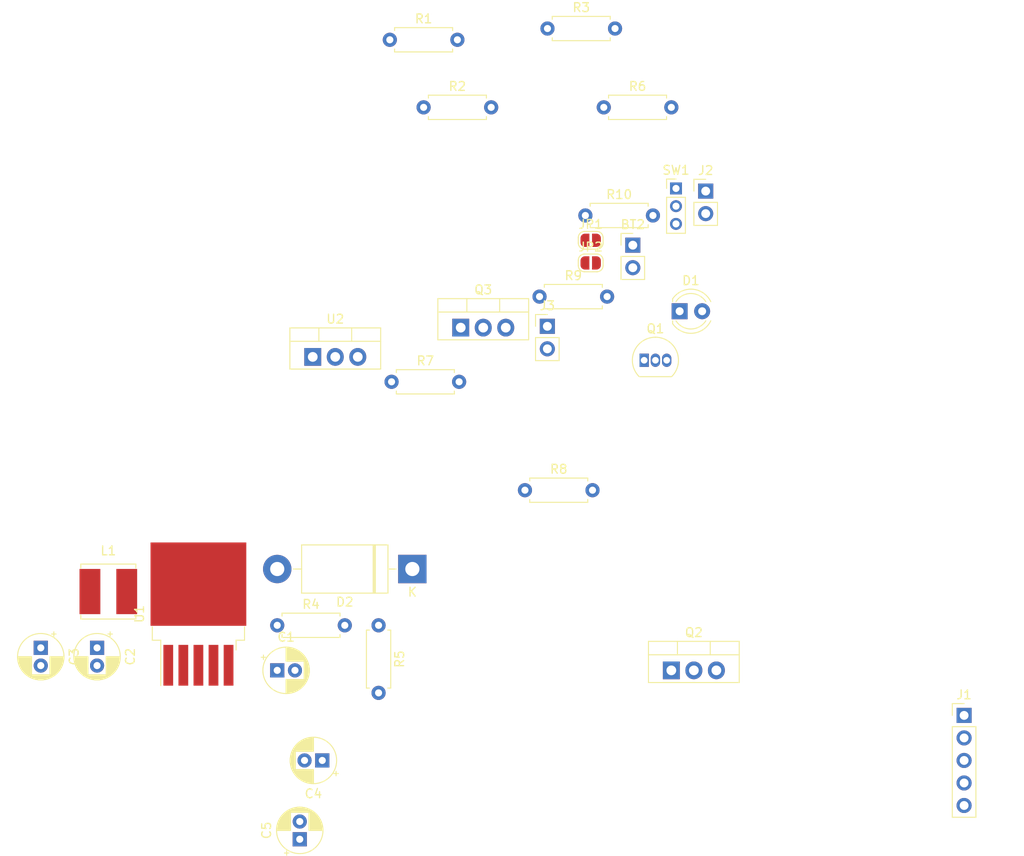
<source format=kicad_pcb>
(kicad_pcb (version 20171130) (host pcbnew "(5.0.2)-1")

  (general
    (thickness 1.6)
    (drawings 0)
    (tracks 0)
    (zones 0)
    (modules 30)
    (nets 20)
  )

  (page A4)
  (layers
    (0 F.Cu signal)
    (31 B.Cu signal)
    (32 B.Adhes user)
    (33 F.Adhes user)
    (34 B.Paste user)
    (35 F.Paste user)
    (36 B.SilkS user)
    (37 F.SilkS user)
    (38 B.Mask user)
    (39 F.Mask user)
    (40 Dwgs.User user)
    (41 Cmts.User user)
    (42 Eco1.User user)
    (43 Eco2.User user)
    (44 Edge.Cuts user)
    (45 Margin user)
    (46 B.CrtYd user)
    (47 F.CrtYd user)
    (48 B.Fab user)
    (49 F.Fab user)
  )

  (setup
    (last_trace_width 0.25)
    (trace_clearance 0.2)
    (zone_clearance 0.508)
    (zone_45_only no)
    (trace_min 0.2)
    (segment_width 0.2)
    (edge_width 0.1)
    (via_size 0.8)
    (via_drill 0.4)
    (via_min_size 0.4)
    (via_min_drill 0.3)
    (uvia_size 0.3)
    (uvia_drill 0.1)
    (uvias_allowed no)
    (uvia_min_size 0.2)
    (uvia_min_drill 0.1)
    (pcb_text_width 0.3)
    (pcb_text_size 1.5 1.5)
    (mod_edge_width 0.15)
    (mod_text_size 1 1)
    (mod_text_width 0.15)
    (pad_size 1.5 1.5)
    (pad_drill 0.6)
    (pad_to_mask_clearance 0)
    (solder_mask_min_width 0.25)
    (aux_axis_origin 0 0)
    (visible_elements 7FFFFFFF)
    (pcbplotparams
      (layerselection 0x010fc_ffffffff)
      (usegerberextensions false)
      (usegerberattributes false)
      (usegerberadvancedattributes false)
      (creategerberjobfile false)
      (excludeedgelayer true)
      (linewidth 0.100000)
      (plotframeref false)
      (viasonmask false)
      (mode 1)
      (useauxorigin false)
      (hpglpennumber 1)
      (hpglpenspeed 20)
      (hpglpendiameter 15.000000)
      (psnegative false)
      (psa4output false)
      (plotreference true)
      (plotvalue true)
      (plotinvisibletext false)
      (padsonsilk false)
      (subtractmaskfromsilk false)
      (outputformat 1)
      (mirror false)
      (drillshape 1)
      (scaleselection 1)
      (outputdirectory ""))
  )

  (net 0 "")
  (net 1 boostout-)
  (net 2 +9V)
  (net 3 "Net-(C1-Pad1)")
  (net 4 "Net-(C1-Pad2)")
  (net 5 "Net-(C2-Pad1)")
  (net 6 boostout+)
  (net 7 "Net-(C5-Pad1)")
  (net 8 "Net-(D1-Pad1)")
  (net 9 "Net-(D2-Pad2)")
  (net 10 "Net-(J1-Pad1)")
  (net 11 +5V)
  (net 12 "Net-(J1-Pad4)")
  (net 13 "Net-(J1-Pad5)")
  (net 14 "Net-(J3-Pad1)")
  (net 15 "Net-(J3-Pad2)")
  (net 16 "Net-(JP1-Pad2)")
  (net 17 "Net-(Q1-Pad1)")
  (net 18 "Net-(Q3-Pad2)")
  (net 19 "Net-(SW1-Pad1)")

  (net_class Default "This is the default net class."
    (clearance 0.2)
    (trace_width 0.25)
    (via_dia 0.8)
    (via_drill 0.4)
    (uvia_dia 0.3)
    (uvia_drill 0.1)
    (add_net +5V)
    (add_net +9V)
    (add_net "Net-(C1-Pad1)")
    (add_net "Net-(C1-Pad2)")
    (add_net "Net-(C2-Pad1)")
    (add_net "Net-(C5-Pad1)")
    (add_net "Net-(D1-Pad1)")
    (add_net "Net-(D2-Pad2)")
    (add_net "Net-(J1-Pad1)")
    (add_net "Net-(J1-Pad4)")
    (add_net "Net-(J1-Pad5)")
    (add_net "Net-(J3-Pad1)")
    (add_net "Net-(J3-Pad2)")
    (add_net "Net-(JP1-Pad2)")
    (add_net "Net-(Q1-Pad1)")
    (add_net "Net-(Q3-Pad2)")
    (add_net "Net-(SW1-Pad1)")
    (add_net boostout+)
    (add_net boostout-)
  )

  (module Connector_PinHeader_2.54mm:PinHeader_1x02_P2.54mm_Vertical (layer F.Cu) (tedit 59FED5CC) (tstamp 5C9EEEE0)
    (at 163.295001 79.045001)
    (descr "Through hole straight pin header, 1x02, 2.54mm pitch, single row")
    (tags "Through hole pin header THT 1x02 2.54mm single row")
    (path /5C6C4F1E)
    (fp_text reference BT2 (at 0 -2.33) (layer F.SilkS)
      (effects (font (size 1 1) (thickness 0.15)))
    )
    (fp_text value Battery_Cell (at 0 4.87) (layer F.Fab)
      (effects (font (size 1 1) (thickness 0.15)))
    )
    (fp_text user %R (at 0 1.27 90) (layer F.Fab)
      (effects (font (size 1 1) (thickness 0.15)))
    )
    (fp_line (start 1.8 -1.8) (end -1.8 -1.8) (layer F.CrtYd) (width 0.05))
    (fp_line (start 1.8 4.35) (end 1.8 -1.8) (layer F.CrtYd) (width 0.05))
    (fp_line (start -1.8 4.35) (end 1.8 4.35) (layer F.CrtYd) (width 0.05))
    (fp_line (start -1.8 -1.8) (end -1.8 4.35) (layer F.CrtYd) (width 0.05))
    (fp_line (start -1.33 -1.33) (end 0 -1.33) (layer F.SilkS) (width 0.12))
    (fp_line (start -1.33 0) (end -1.33 -1.33) (layer F.SilkS) (width 0.12))
    (fp_line (start -1.33 1.27) (end 1.33 1.27) (layer F.SilkS) (width 0.12))
    (fp_line (start 1.33 1.27) (end 1.33 3.87) (layer F.SilkS) (width 0.12))
    (fp_line (start -1.33 1.27) (end -1.33 3.87) (layer F.SilkS) (width 0.12))
    (fp_line (start -1.33 3.87) (end 1.33 3.87) (layer F.SilkS) (width 0.12))
    (fp_line (start -1.27 -0.635) (end -0.635 -1.27) (layer F.Fab) (width 0.1))
    (fp_line (start -1.27 3.81) (end -1.27 -0.635) (layer F.Fab) (width 0.1))
    (fp_line (start 1.27 3.81) (end -1.27 3.81) (layer F.Fab) (width 0.1))
    (fp_line (start 1.27 -1.27) (end 1.27 3.81) (layer F.Fab) (width 0.1))
    (fp_line (start -0.635 -1.27) (end 1.27 -1.27) (layer F.Fab) (width 0.1))
    (pad 2 thru_hole oval (at 0 2.54) (size 1.7 1.7) (drill 1) (layers *.Cu *.Mask)
      (net 1 boostout-))
    (pad 1 thru_hole rect (at 0 0) (size 1.7 1.7) (drill 1) (layers *.Cu *.Mask)
      (net 2 +9V))
    (model ${KISYS3DMOD}/Connector_PinHeader_2.54mm.3dshapes/PinHeader_1x02_P2.54mm_Vertical.wrl
      (at (xyz 0 0 0))
      (scale (xyz 1 1 1))
      (rotate (xyz 0 0 0))
    )
  )

  (module Capacitor_THT:CP_Radial_D5.0mm_P2.00mm (layer F.Cu) (tedit 5AE50EF0) (tstamp 5C9EEF63)
    (at 123.19 127)
    (descr "CP, Radial series, Radial, pin pitch=2.00mm, , diameter=5mm, Electrolytic Capacitor")
    (tags "CP Radial series Radial pin pitch 2.00mm  diameter 5mm Electrolytic Capacitor")
    (path /5C90C2EF)
    (fp_text reference C1 (at 1 -3.75) (layer F.SilkS)
      (effects (font (size 1 1) (thickness 0.15)))
    )
    (fp_text value 10uf (at 1 3.75) (layer F.Fab)
      (effects (font (size 1 1) (thickness 0.15)))
    )
    (fp_circle (center 1 0) (end 3.5 0) (layer F.Fab) (width 0.1))
    (fp_circle (center 1 0) (end 3.62 0) (layer F.SilkS) (width 0.12))
    (fp_circle (center 1 0) (end 3.75 0) (layer F.CrtYd) (width 0.05))
    (fp_line (start -1.133605 -1.0875) (end -0.633605 -1.0875) (layer F.Fab) (width 0.1))
    (fp_line (start -0.883605 -1.3375) (end -0.883605 -0.8375) (layer F.Fab) (width 0.1))
    (fp_line (start 1 1.04) (end 1 2.58) (layer F.SilkS) (width 0.12))
    (fp_line (start 1 -2.58) (end 1 -1.04) (layer F.SilkS) (width 0.12))
    (fp_line (start 1.04 1.04) (end 1.04 2.58) (layer F.SilkS) (width 0.12))
    (fp_line (start 1.04 -2.58) (end 1.04 -1.04) (layer F.SilkS) (width 0.12))
    (fp_line (start 1.08 -2.579) (end 1.08 -1.04) (layer F.SilkS) (width 0.12))
    (fp_line (start 1.08 1.04) (end 1.08 2.579) (layer F.SilkS) (width 0.12))
    (fp_line (start 1.12 -2.578) (end 1.12 -1.04) (layer F.SilkS) (width 0.12))
    (fp_line (start 1.12 1.04) (end 1.12 2.578) (layer F.SilkS) (width 0.12))
    (fp_line (start 1.16 -2.576) (end 1.16 -1.04) (layer F.SilkS) (width 0.12))
    (fp_line (start 1.16 1.04) (end 1.16 2.576) (layer F.SilkS) (width 0.12))
    (fp_line (start 1.2 -2.573) (end 1.2 -1.04) (layer F.SilkS) (width 0.12))
    (fp_line (start 1.2 1.04) (end 1.2 2.573) (layer F.SilkS) (width 0.12))
    (fp_line (start 1.24 -2.569) (end 1.24 -1.04) (layer F.SilkS) (width 0.12))
    (fp_line (start 1.24 1.04) (end 1.24 2.569) (layer F.SilkS) (width 0.12))
    (fp_line (start 1.28 -2.565) (end 1.28 -1.04) (layer F.SilkS) (width 0.12))
    (fp_line (start 1.28 1.04) (end 1.28 2.565) (layer F.SilkS) (width 0.12))
    (fp_line (start 1.32 -2.561) (end 1.32 -1.04) (layer F.SilkS) (width 0.12))
    (fp_line (start 1.32 1.04) (end 1.32 2.561) (layer F.SilkS) (width 0.12))
    (fp_line (start 1.36 -2.556) (end 1.36 -1.04) (layer F.SilkS) (width 0.12))
    (fp_line (start 1.36 1.04) (end 1.36 2.556) (layer F.SilkS) (width 0.12))
    (fp_line (start 1.4 -2.55) (end 1.4 -1.04) (layer F.SilkS) (width 0.12))
    (fp_line (start 1.4 1.04) (end 1.4 2.55) (layer F.SilkS) (width 0.12))
    (fp_line (start 1.44 -2.543) (end 1.44 -1.04) (layer F.SilkS) (width 0.12))
    (fp_line (start 1.44 1.04) (end 1.44 2.543) (layer F.SilkS) (width 0.12))
    (fp_line (start 1.48 -2.536) (end 1.48 -1.04) (layer F.SilkS) (width 0.12))
    (fp_line (start 1.48 1.04) (end 1.48 2.536) (layer F.SilkS) (width 0.12))
    (fp_line (start 1.52 -2.528) (end 1.52 -1.04) (layer F.SilkS) (width 0.12))
    (fp_line (start 1.52 1.04) (end 1.52 2.528) (layer F.SilkS) (width 0.12))
    (fp_line (start 1.56 -2.52) (end 1.56 -1.04) (layer F.SilkS) (width 0.12))
    (fp_line (start 1.56 1.04) (end 1.56 2.52) (layer F.SilkS) (width 0.12))
    (fp_line (start 1.6 -2.511) (end 1.6 -1.04) (layer F.SilkS) (width 0.12))
    (fp_line (start 1.6 1.04) (end 1.6 2.511) (layer F.SilkS) (width 0.12))
    (fp_line (start 1.64 -2.501) (end 1.64 -1.04) (layer F.SilkS) (width 0.12))
    (fp_line (start 1.64 1.04) (end 1.64 2.501) (layer F.SilkS) (width 0.12))
    (fp_line (start 1.68 -2.491) (end 1.68 -1.04) (layer F.SilkS) (width 0.12))
    (fp_line (start 1.68 1.04) (end 1.68 2.491) (layer F.SilkS) (width 0.12))
    (fp_line (start 1.721 -2.48) (end 1.721 -1.04) (layer F.SilkS) (width 0.12))
    (fp_line (start 1.721 1.04) (end 1.721 2.48) (layer F.SilkS) (width 0.12))
    (fp_line (start 1.761 -2.468) (end 1.761 -1.04) (layer F.SilkS) (width 0.12))
    (fp_line (start 1.761 1.04) (end 1.761 2.468) (layer F.SilkS) (width 0.12))
    (fp_line (start 1.801 -2.455) (end 1.801 -1.04) (layer F.SilkS) (width 0.12))
    (fp_line (start 1.801 1.04) (end 1.801 2.455) (layer F.SilkS) (width 0.12))
    (fp_line (start 1.841 -2.442) (end 1.841 -1.04) (layer F.SilkS) (width 0.12))
    (fp_line (start 1.841 1.04) (end 1.841 2.442) (layer F.SilkS) (width 0.12))
    (fp_line (start 1.881 -2.428) (end 1.881 -1.04) (layer F.SilkS) (width 0.12))
    (fp_line (start 1.881 1.04) (end 1.881 2.428) (layer F.SilkS) (width 0.12))
    (fp_line (start 1.921 -2.414) (end 1.921 -1.04) (layer F.SilkS) (width 0.12))
    (fp_line (start 1.921 1.04) (end 1.921 2.414) (layer F.SilkS) (width 0.12))
    (fp_line (start 1.961 -2.398) (end 1.961 -1.04) (layer F.SilkS) (width 0.12))
    (fp_line (start 1.961 1.04) (end 1.961 2.398) (layer F.SilkS) (width 0.12))
    (fp_line (start 2.001 -2.382) (end 2.001 -1.04) (layer F.SilkS) (width 0.12))
    (fp_line (start 2.001 1.04) (end 2.001 2.382) (layer F.SilkS) (width 0.12))
    (fp_line (start 2.041 -2.365) (end 2.041 -1.04) (layer F.SilkS) (width 0.12))
    (fp_line (start 2.041 1.04) (end 2.041 2.365) (layer F.SilkS) (width 0.12))
    (fp_line (start 2.081 -2.348) (end 2.081 -1.04) (layer F.SilkS) (width 0.12))
    (fp_line (start 2.081 1.04) (end 2.081 2.348) (layer F.SilkS) (width 0.12))
    (fp_line (start 2.121 -2.329) (end 2.121 -1.04) (layer F.SilkS) (width 0.12))
    (fp_line (start 2.121 1.04) (end 2.121 2.329) (layer F.SilkS) (width 0.12))
    (fp_line (start 2.161 -2.31) (end 2.161 -1.04) (layer F.SilkS) (width 0.12))
    (fp_line (start 2.161 1.04) (end 2.161 2.31) (layer F.SilkS) (width 0.12))
    (fp_line (start 2.201 -2.29) (end 2.201 -1.04) (layer F.SilkS) (width 0.12))
    (fp_line (start 2.201 1.04) (end 2.201 2.29) (layer F.SilkS) (width 0.12))
    (fp_line (start 2.241 -2.268) (end 2.241 -1.04) (layer F.SilkS) (width 0.12))
    (fp_line (start 2.241 1.04) (end 2.241 2.268) (layer F.SilkS) (width 0.12))
    (fp_line (start 2.281 -2.247) (end 2.281 -1.04) (layer F.SilkS) (width 0.12))
    (fp_line (start 2.281 1.04) (end 2.281 2.247) (layer F.SilkS) (width 0.12))
    (fp_line (start 2.321 -2.224) (end 2.321 -1.04) (layer F.SilkS) (width 0.12))
    (fp_line (start 2.321 1.04) (end 2.321 2.224) (layer F.SilkS) (width 0.12))
    (fp_line (start 2.361 -2.2) (end 2.361 -1.04) (layer F.SilkS) (width 0.12))
    (fp_line (start 2.361 1.04) (end 2.361 2.2) (layer F.SilkS) (width 0.12))
    (fp_line (start 2.401 -2.175) (end 2.401 -1.04) (layer F.SilkS) (width 0.12))
    (fp_line (start 2.401 1.04) (end 2.401 2.175) (layer F.SilkS) (width 0.12))
    (fp_line (start 2.441 -2.149) (end 2.441 -1.04) (layer F.SilkS) (width 0.12))
    (fp_line (start 2.441 1.04) (end 2.441 2.149) (layer F.SilkS) (width 0.12))
    (fp_line (start 2.481 -2.122) (end 2.481 -1.04) (layer F.SilkS) (width 0.12))
    (fp_line (start 2.481 1.04) (end 2.481 2.122) (layer F.SilkS) (width 0.12))
    (fp_line (start 2.521 -2.095) (end 2.521 -1.04) (layer F.SilkS) (width 0.12))
    (fp_line (start 2.521 1.04) (end 2.521 2.095) (layer F.SilkS) (width 0.12))
    (fp_line (start 2.561 -2.065) (end 2.561 -1.04) (layer F.SilkS) (width 0.12))
    (fp_line (start 2.561 1.04) (end 2.561 2.065) (layer F.SilkS) (width 0.12))
    (fp_line (start 2.601 -2.035) (end 2.601 -1.04) (layer F.SilkS) (width 0.12))
    (fp_line (start 2.601 1.04) (end 2.601 2.035) (layer F.SilkS) (width 0.12))
    (fp_line (start 2.641 -2.004) (end 2.641 -1.04) (layer F.SilkS) (width 0.12))
    (fp_line (start 2.641 1.04) (end 2.641 2.004) (layer F.SilkS) (width 0.12))
    (fp_line (start 2.681 -1.971) (end 2.681 -1.04) (layer F.SilkS) (width 0.12))
    (fp_line (start 2.681 1.04) (end 2.681 1.971) (layer F.SilkS) (width 0.12))
    (fp_line (start 2.721 -1.937) (end 2.721 -1.04) (layer F.SilkS) (width 0.12))
    (fp_line (start 2.721 1.04) (end 2.721 1.937) (layer F.SilkS) (width 0.12))
    (fp_line (start 2.761 -1.901) (end 2.761 -1.04) (layer F.SilkS) (width 0.12))
    (fp_line (start 2.761 1.04) (end 2.761 1.901) (layer F.SilkS) (width 0.12))
    (fp_line (start 2.801 -1.864) (end 2.801 -1.04) (layer F.SilkS) (width 0.12))
    (fp_line (start 2.801 1.04) (end 2.801 1.864) (layer F.SilkS) (width 0.12))
    (fp_line (start 2.841 -1.826) (end 2.841 -1.04) (layer F.SilkS) (width 0.12))
    (fp_line (start 2.841 1.04) (end 2.841 1.826) (layer F.SilkS) (width 0.12))
    (fp_line (start 2.881 -1.785) (end 2.881 -1.04) (layer F.SilkS) (width 0.12))
    (fp_line (start 2.881 1.04) (end 2.881 1.785) (layer F.SilkS) (width 0.12))
    (fp_line (start 2.921 -1.743) (end 2.921 -1.04) (layer F.SilkS) (width 0.12))
    (fp_line (start 2.921 1.04) (end 2.921 1.743) (layer F.SilkS) (width 0.12))
    (fp_line (start 2.961 -1.699) (end 2.961 -1.04) (layer F.SilkS) (width 0.12))
    (fp_line (start 2.961 1.04) (end 2.961 1.699) (layer F.SilkS) (width 0.12))
    (fp_line (start 3.001 -1.653) (end 3.001 -1.04) (layer F.SilkS) (width 0.12))
    (fp_line (start 3.001 1.04) (end 3.001 1.653) (layer F.SilkS) (width 0.12))
    (fp_line (start 3.041 -1.605) (end 3.041 1.605) (layer F.SilkS) (width 0.12))
    (fp_line (start 3.081 -1.554) (end 3.081 1.554) (layer F.SilkS) (width 0.12))
    (fp_line (start 3.121 -1.5) (end 3.121 1.5) (layer F.SilkS) (width 0.12))
    (fp_line (start 3.161 -1.443) (end 3.161 1.443) (layer F.SilkS) (width 0.12))
    (fp_line (start 3.201 -1.383) (end 3.201 1.383) (layer F.SilkS) (width 0.12))
    (fp_line (start 3.241 -1.319) (end 3.241 1.319) (layer F.SilkS) (width 0.12))
    (fp_line (start 3.281 -1.251) (end 3.281 1.251) (layer F.SilkS) (width 0.12))
    (fp_line (start 3.321 -1.178) (end 3.321 1.178) (layer F.SilkS) (width 0.12))
    (fp_line (start 3.361 -1.098) (end 3.361 1.098) (layer F.SilkS) (width 0.12))
    (fp_line (start 3.401 -1.011) (end 3.401 1.011) (layer F.SilkS) (width 0.12))
    (fp_line (start 3.441 -0.915) (end 3.441 0.915) (layer F.SilkS) (width 0.12))
    (fp_line (start 3.481 -0.805) (end 3.481 0.805) (layer F.SilkS) (width 0.12))
    (fp_line (start 3.521 -0.677) (end 3.521 0.677) (layer F.SilkS) (width 0.12))
    (fp_line (start 3.561 -0.518) (end 3.561 0.518) (layer F.SilkS) (width 0.12))
    (fp_line (start 3.601 -0.284) (end 3.601 0.284) (layer F.SilkS) (width 0.12))
    (fp_line (start -1.804775 -1.475) (end -1.304775 -1.475) (layer F.SilkS) (width 0.12))
    (fp_line (start -1.554775 -1.725) (end -1.554775 -1.225) (layer F.SilkS) (width 0.12))
    (fp_text user %R (at 1 0) (layer F.Fab)
      (effects (font (size 1 1) (thickness 0.15)))
    )
    (pad 1 thru_hole rect (at 0 0) (size 1.6 1.6) (drill 0.8) (layers *.Cu *.Mask)
      (net 3 "Net-(C1-Pad1)"))
    (pad 2 thru_hole circle (at 2 0) (size 1.6 1.6) (drill 0.8) (layers *.Cu *.Mask)
      (net 4 "Net-(C1-Pad2)"))
    (model ${KISYS3DMOD}/Capacitor_THT.3dshapes/CP_Radial_D5.0mm_P2.00mm.wrl
      (at (xyz 0 0 0))
      (scale (xyz 1 1 1))
      (rotate (xyz 0 0 0))
    )
  )

  (module Capacitor_THT:CP_Radial_D5.0mm_P2.00mm (layer F.Cu) (tedit 5AE50EF0) (tstamp 5C9EEFE6)
    (at 102.87 124.46 270)
    (descr "CP, Radial series, Radial, pin pitch=2.00mm, , diameter=5mm, Electrolytic Capacitor")
    (tags "CP Radial series Radial pin pitch 2.00mm  diameter 5mm Electrolytic Capacitor")
    (path /5C6C54C4)
    (fp_text reference C2 (at 1 -3.75 270) (layer F.SilkS)
      (effects (font (size 1 1) (thickness 0.15)))
    )
    (fp_text value 220uF (at 1 3.75 270) (layer F.Fab)
      (effects (font (size 1 1) (thickness 0.15)))
    )
    (fp_text user %R (at 1 0 270) (layer F.Fab)
      (effects (font (size 1 1) (thickness 0.15)))
    )
    (fp_line (start -1.554775 -1.725) (end -1.554775 -1.225) (layer F.SilkS) (width 0.12))
    (fp_line (start -1.804775 -1.475) (end -1.304775 -1.475) (layer F.SilkS) (width 0.12))
    (fp_line (start 3.601 -0.284) (end 3.601 0.284) (layer F.SilkS) (width 0.12))
    (fp_line (start 3.561 -0.518) (end 3.561 0.518) (layer F.SilkS) (width 0.12))
    (fp_line (start 3.521 -0.677) (end 3.521 0.677) (layer F.SilkS) (width 0.12))
    (fp_line (start 3.481 -0.805) (end 3.481 0.805) (layer F.SilkS) (width 0.12))
    (fp_line (start 3.441 -0.915) (end 3.441 0.915) (layer F.SilkS) (width 0.12))
    (fp_line (start 3.401 -1.011) (end 3.401 1.011) (layer F.SilkS) (width 0.12))
    (fp_line (start 3.361 -1.098) (end 3.361 1.098) (layer F.SilkS) (width 0.12))
    (fp_line (start 3.321 -1.178) (end 3.321 1.178) (layer F.SilkS) (width 0.12))
    (fp_line (start 3.281 -1.251) (end 3.281 1.251) (layer F.SilkS) (width 0.12))
    (fp_line (start 3.241 -1.319) (end 3.241 1.319) (layer F.SilkS) (width 0.12))
    (fp_line (start 3.201 -1.383) (end 3.201 1.383) (layer F.SilkS) (width 0.12))
    (fp_line (start 3.161 -1.443) (end 3.161 1.443) (layer F.SilkS) (width 0.12))
    (fp_line (start 3.121 -1.5) (end 3.121 1.5) (layer F.SilkS) (width 0.12))
    (fp_line (start 3.081 -1.554) (end 3.081 1.554) (layer F.SilkS) (width 0.12))
    (fp_line (start 3.041 -1.605) (end 3.041 1.605) (layer F.SilkS) (width 0.12))
    (fp_line (start 3.001 1.04) (end 3.001 1.653) (layer F.SilkS) (width 0.12))
    (fp_line (start 3.001 -1.653) (end 3.001 -1.04) (layer F.SilkS) (width 0.12))
    (fp_line (start 2.961 1.04) (end 2.961 1.699) (layer F.SilkS) (width 0.12))
    (fp_line (start 2.961 -1.699) (end 2.961 -1.04) (layer F.SilkS) (width 0.12))
    (fp_line (start 2.921 1.04) (end 2.921 1.743) (layer F.SilkS) (width 0.12))
    (fp_line (start 2.921 -1.743) (end 2.921 -1.04) (layer F.SilkS) (width 0.12))
    (fp_line (start 2.881 1.04) (end 2.881 1.785) (layer F.SilkS) (width 0.12))
    (fp_line (start 2.881 -1.785) (end 2.881 -1.04) (layer F.SilkS) (width 0.12))
    (fp_line (start 2.841 1.04) (end 2.841 1.826) (layer F.SilkS) (width 0.12))
    (fp_line (start 2.841 -1.826) (end 2.841 -1.04) (layer F.SilkS) (width 0.12))
    (fp_line (start 2.801 1.04) (end 2.801 1.864) (layer F.SilkS) (width 0.12))
    (fp_line (start 2.801 -1.864) (end 2.801 -1.04) (layer F.SilkS) (width 0.12))
    (fp_line (start 2.761 1.04) (end 2.761 1.901) (layer F.SilkS) (width 0.12))
    (fp_line (start 2.761 -1.901) (end 2.761 -1.04) (layer F.SilkS) (width 0.12))
    (fp_line (start 2.721 1.04) (end 2.721 1.937) (layer F.SilkS) (width 0.12))
    (fp_line (start 2.721 -1.937) (end 2.721 -1.04) (layer F.SilkS) (width 0.12))
    (fp_line (start 2.681 1.04) (end 2.681 1.971) (layer F.SilkS) (width 0.12))
    (fp_line (start 2.681 -1.971) (end 2.681 -1.04) (layer F.SilkS) (width 0.12))
    (fp_line (start 2.641 1.04) (end 2.641 2.004) (layer F.SilkS) (width 0.12))
    (fp_line (start 2.641 -2.004) (end 2.641 -1.04) (layer F.SilkS) (width 0.12))
    (fp_line (start 2.601 1.04) (end 2.601 2.035) (layer F.SilkS) (width 0.12))
    (fp_line (start 2.601 -2.035) (end 2.601 -1.04) (layer F.SilkS) (width 0.12))
    (fp_line (start 2.561 1.04) (end 2.561 2.065) (layer F.SilkS) (width 0.12))
    (fp_line (start 2.561 -2.065) (end 2.561 -1.04) (layer F.SilkS) (width 0.12))
    (fp_line (start 2.521 1.04) (end 2.521 2.095) (layer F.SilkS) (width 0.12))
    (fp_line (start 2.521 -2.095) (end 2.521 -1.04) (layer F.SilkS) (width 0.12))
    (fp_line (start 2.481 1.04) (end 2.481 2.122) (layer F.SilkS) (width 0.12))
    (fp_line (start 2.481 -2.122) (end 2.481 -1.04) (layer F.SilkS) (width 0.12))
    (fp_line (start 2.441 1.04) (end 2.441 2.149) (layer F.SilkS) (width 0.12))
    (fp_line (start 2.441 -2.149) (end 2.441 -1.04) (layer F.SilkS) (width 0.12))
    (fp_line (start 2.401 1.04) (end 2.401 2.175) (layer F.SilkS) (width 0.12))
    (fp_line (start 2.401 -2.175) (end 2.401 -1.04) (layer F.SilkS) (width 0.12))
    (fp_line (start 2.361 1.04) (end 2.361 2.2) (layer F.SilkS) (width 0.12))
    (fp_line (start 2.361 -2.2) (end 2.361 -1.04) (layer F.SilkS) (width 0.12))
    (fp_line (start 2.321 1.04) (end 2.321 2.224) (layer F.SilkS) (width 0.12))
    (fp_line (start 2.321 -2.224) (end 2.321 -1.04) (layer F.SilkS) (width 0.12))
    (fp_line (start 2.281 1.04) (end 2.281 2.247) (layer F.SilkS) (width 0.12))
    (fp_line (start 2.281 -2.247) (end 2.281 -1.04) (layer F.SilkS) (width 0.12))
    (fp_line (start 2.241 1.04) (end 2.241 2.268) (layer F.SilkS) (width 0.12))
    (fp_line (start 2.241 -2.268) (end 2.241 -1.04) (layer F.SilkS) (width 0.12))
    (fp_line (start 2.201 1.04) (end 2.201 2.29) (layer F.SilkS) (width 0.12))
    (fp_line (start 2.201 -2.29) (end 2.201 -1.04) (layer F.SilkS) (width 0.12))
    (fp_line (start 2.161 1.04) (end 2.161 2.31) (layer F.SilkS) (width 0.12))
    (fp_line (start 2.161 -2.31) (end 2.161 -1.04) (layer F.SilkS) (width 0.12))
    (fp_line (start 2.121 1.04) (end 2.121 2.329) (layer F.SilkS) (width 0.12))
    (fp_line (start 2.121 -2.329) (end 2.121 -1.04) (layer F.SilkS) (width 0.12))
    (fp_line (start 2.081 1.04) (end 2.081 2.348) (layer F.SilkS) (width 0.12))
    (fp_line (start 2.081 -2.348) (end 2.081 -1.04) (layer F.SilkS) (width 0.12))
    (fp_line (start 2.041 1.04) (end 2.041 2.365) (layer F.SilkS) (width 0.12))
    (fp_line (start 2.041 -2.365) (end 2.041 -1.04) (layer F.SilkS) (width 0.12))
    (fp_line (start 2.001 1.04) (end 2.001 2.382) (layer F.SilkS) (width 0.12))
    (fp_line (start 2.001 -2.382) (end 2.001 -1.04) (layer F.SilkS) (width 0.12))
    (fp_line (start 1.961 1.04) (end 1.961 2.398) (layer F.SilkS) (width 0.12))
    (fp_line (start 1.961 -2.398) (end 1.961 -1.04) (layer F.SilkS) (width 0.12))
    (fp_line (start 1.921 1.04) (end 1.921 2.414) (layer F.SilkS) (width 0.12))
    (fp_line (start 1.921 -2.414) (end 1.921 -1.04) (layer F.SilkS) (width 0.12))
    (fp_line (start 1.881 1.04) (end 1.881 2.428) (layer F.SilkS) (width 0.12))
    (fp_line (start 1.881 -2.428) (end 1.881 -1.04) (layer F.SilkS) (width 0.12))
    (fp_line (start 1.841 1.04) (end 1.841 2.442) (layer F.SilkS) (width 0.12))
    (fp_line (start 1.841 -2.442) (end 1.841 -1.04) (layer F.SilkS) (width 0.12))
    (fp_line (start 1.801 1.04) (end 1.801 2.455) (layer F.SilkS) (width 0.12))
    (fp_line (start 1.801 -2.455) (end 1.801 -1.04) (layer F.SilkS) (width 0.12))
    (fp_line (start 1.761 1.04) (end 1.761 2.468) (layer F.SilkS) (width 0.12))
    (fp_line (start 1.761 -2.468) (end 1.761 -1.04) (layer F.SilkS) (width 0.12))
    (fp_line (start 1.721 1.04) (end 1.721 2.48) (layer F.SilkS) (width 0.12))
    (fp_line (start 1.721 -2.48) (end 1.721 -1.04) (layer F.SilkS) (width 0.12))
    (fp_line (start 1.68 1.04) (end 1.68 2.491) (layer F.SilkS) (width 0.12))
    (fp_line (start 1.68 -2.491) (end 1.68 -1.04) (layer F.SilkS) (width 0.12))
    (fp_line (start 1.64 1.04) (end 1.64 2.501) (layer F.SilkS) (width 0.12))
    (fp_line (start 1.64 -2.501) (end 1.64 -1.04) (layer F.SilkS) (width 0.12))
    (fp_line (start 1.6 1.04) (end 1.6 2.511) (layer F.SilkS) (width 0.12))
    (fp_line (start 1.6 -2.511) (end 1.6 -1.04) (layer F.SilkS) (width 0.12))
    (fp_line (start 1.56 1.04) (end 1.56 2.52) (layer F.SilkS) (width 0.12))
    (fp_line (start 1.56 -2.52) (end 1.56 -1.04) (layer F.SilkS) (width 0.12))
    (fp_line (start 1.52 1.04) (end 1.52 2.528) (layer F.SilkS) (width 0.12))
    (fp_line (start 1.52 -2.528) (end 1.52 -1.04) (layer F.SilkS) (width 0.12))
    (fp_line (start 1.48 1.04) (end 1.48 2.536) (layer F.SilkS) (width 0.12))
    (fp_line (start 1.48 -2.536) (end 1.48 -1.04) (layer F.SilkS) (width 0.12))
    (fp_line (start 1.44 1.04) (end 1.44 2.543) (layer F.SilkS) (width 0.12))
    (fp_line (start 1.44 -2.543) (end 1.44 -1.04) (layer F.SilkS) (width 0.12))
    (fp_line (start 1.4 1.04) (end 1.4 2.55) (layer F.SilkS) (width 0.12))
    (fp_line (start 1.4 -2.55) (end 1.4 -1.04) (layer F.SilkS) (width 0.12))
    (fp_line (start 1.36 1.04) (end 1.36 2.556) (layer F.SilkS) (width 0.12))
    (fp_line (start 1.36 -2.556) (end 1.36 -1.04) (layer F.SilkS) (width 0.12))
    (fp_line (start 1.32 1.04) (end 1.32 2.561) (layer F.SilkS) (width 0.12))
    (fp_line (start 1.32 -2.561) (end 1.32 -1.04) (layer F.SilkS) (width 0.12))
    (fp_line (start 1.28 1.04) (end 1.28 2.565) (layer F.SilkS) (width 0.12))
    (fp_line (start 1.28 -2.565) (end 1.28 -1.04) (layer F.SilkS) (width 0.12))
    (fp_line (start 1.24 1.04) (end 1.24 2.569) (layer F.SilkS) (width 0.12))
    (fp_line (start 1.24 -2.569) (end 1.24 -1.04) (layer F.SilkS) (width 0.12))
    (fp_line (start 1.2 1.04) (end 1.2 2.573) (layer F.SilkS) (width 0.12))
    (fp_line (start 1.2 -2.573) (end 1.2 -1.04) (layer F.SilkS) (width 0.12))
    (fp_line (start 1.16 1.04) (end 1.16 2.576) (layer F.SilkS) (width 0.12))
    (fp_line (start 1.16 -2.576) (end 1.16 -1.04) (layer F.SilkS) (width 0.12))
    (fp_line (start 1.12 1.04) (end 1.12 2.578) (layer F.SilkS) (width 0.12))
    (fp_line (start 1.12 -2.578) (end 1.12 -1.04) (layer F.SilkS) (width 0.12))
    (fp_line (start 1.08 1.04) (end 1.08 2.579) (layer F.SilkS) (width 0.12))
    (fp_line (start 1.08 -2.579) (end 1.08 -1.04) (layer F.SilkS) (width 0.12))
    (fp_line (start 1.04 -2.58) (end 1.04 -1.04) (layer F.SilkS) (width 0.12))
    (fp_line (start 1.04 1.04) (end 1.04 2.58) (layer F.SilkS) (width 0.12))
    (fp_line (start 1 -2.58) (end 1 -1.04) (layer F.SilkS) (width 0.12))
    (fp_line (start 1 1.04) (end 1 2.58) (layer F.SilkS) (width 0.12))
    (fp_line (start -0.883605 -1.3375) (end -0.883605 -0.8375) (layer F.Fab) (width 0.1))
    (fp_line (start -1.133605 -1.0875) (end -0.633605 -1.0875) (layer F.Fab) (width 0.1))
    (fp_circle (center 1 0) (end 3.75 0) (layer F.CrtYd) (width 0.05))
    (fp_circle (center 1 0) (end 3.62 0) (layer F.SilkS) (width 0.12))
    (fp_circle (center 1 0) (end 3.5 0) (layer F.Fab) (width 0.1))
    (pad 2 thru_hole circle (at 2 0 270) (size 1.6 1.6) (drill 0.8) (layers *.Cu *.Mask)
      (net 1 boostout-))
    (pad 1 thru_hole rect (at 0 0 270) (size 1.6 1.6) (drill 0.8) (layers *.Cu *.Mask)
      (net 5 "Net-(C2-Pad1)"))
    (model ${KISYS3DMOD}/Capacitor_THT.3dshapes/CP_Radial_D5.0mm_P2.00mm.wrl
      (at (xyz 0 0 0))
      (scale (xyz 1 1 1))
      (rotate (xyz 0 0 0))
    )
  )

  (module Capacitor_THT:CP_Radial_D5.0mm_P2.00mm (layer F.Cu) (tedit 5AE50EF0) (tstamp 5C9EF069)
    (at 96.52 124.46 270)
    (descr "CP, Radial series, Radial, pin pitch=2.00mm, , diameter=5mm, Electrolytic Capacitor")
    (tags "CP Radial series Radial pin pitch 2.00mm  diameter 5mm Electrolytic Capacitor")
    (path /5C9253DD)
    (fp_text reference C3 (at 1 -3.75 270) (layer F.SilkS)
      (effects (font (size 1 1) (thickness 0.15)))
    )
    (fp_text value 47uF (at 1 3.75 270) (layer F.Fab)
      (effects (font (size 1 1) (thickness 0.15)))
    )
    (fp_circle (center 1 0) (end 3.5 0) (layer F.Fab) (width 0.1))
    (fp_circle (center 1 0) (end 3.62 0) (layer F.SilkS) (width 0.12))
    (fp_circle (center 1 0) (end 3.75 0) (layer F.CrtYd) (width 0.05))
    (fp_line (start -1.133605 -1.0875) (end -0.633605 -1.0875) (layer F.Fab) (width 0.1))
    (fp_line (start -0.883605 -1.3375) (end -0.883605 -0.8375) (layer F.Fab) (width 0.1))
    (fp_line (start 1 1.04) (end 1 2.58) (layer F.SilkS) (width 0.12))
    (fp_line (start 1 -2.58) (end 1 -1.04) (layer F.SilkS) (width 0.12))
    (fp_line (start 1.04 1.04) (end 1.04 2.58) (layer F.SilkS) (width 0.12))
    (fp_line (start 1.04 -2.58) (end 1.04 -1.04) (layer F.SilkS) (width 0.12))
    (fp_line (start 1.08 -2.579) (end 1.08 -1.04) (layer F.SilkS) (width 0.12))
    (fp_line (start 1.08 1.04) (end 1.08 2.579) (layer F.SilkS) (width 0.12))
    (fp_line (start 1.12 -2.578) (end 1.12 -1.04) (layer F.SilkS) (width 0.12))
    (fp_line (start 1.12 1.04) (end 1.12 2.578) (layer F.SilkS) (width 0.12))
    (fp_line (start 1.16 -2.576) (end 1.16 -1.04) (layer F.SilkS) (width 0.12))
    (fp_line (start 1.16 1.04) (end 1.16 2.576) (layer F.SilkS) (width 0.12))
    (fp_line (start 1.2 -2.573) (end 1.2 -1.04) (layer F.SilkS) (width 0.12))
    (fp_line (start 1.2 1.04) (end 1.2 2.573) (layer F.SilkS) (width 0.12))
    (fp_line (start 1.24 -2.569) (end 1.24 -1.04) (layer F.SilkS) (width 0.12))
    (fp_line (start 1.24 1.04) (end 1.24 2.569) (layer F.SilkS) (width 0.12))
    (fp_line (start 1.28 -2.565) (end 1.28 -1.04) (layer F.SilkS) (width 0.12))
    (fp_line (start 1.28 1.04) (end 1.28 2.565) (layer F.SilkS) (width 0.12))
    (fp_line (start 1.32 -2.561) (end 1.32 -1.04) (layer F.SilkS) (width 0.12))
    (fp_line (start 1.32 1.04) (end 1.32 2.561) (layer F.SilkS) (width 0.12))
    (fp_line (start 1.36 -2.556) (end 1.36 -1.04) (layer F.SilkS) (width 0.12))
    (fp_line (start 1.36 1.04) (end 1.36 2.556) (layer F.SilkS) (width 0.12))
    (fp_line (start 1.4 -2.55) (end 1.4 -1.04) (layer F.SilkS) (width 0.12))
    (fp_line (start 1.4 1.04) (end 1.4 2.55) (layer F.SilkS) (width 0.12))
    (fp_line (start 1.44 -2.543) (end 1.44 -1.04) (layer F.SilkS) (width 0.12))
    (fp_line (start 1.44 1.04) (end 1.44 2.543) (layer F.SilkS) (width 0.12))
    (fp_line (start 1.48 -2.536) (end 1.48 -1.04) (layer F.SilkS) (width 0.12))
    (fp_line (start 1.48 1.04) (end 1.48 2.536) (layer F.SilkS) (width 0.12))
    (fp_line (start 1.52 -2.528) (end 1.52 -1.04) (layer F.SilkS) (width 0.12))
    (fp_line (start 1.52 1.04) (end 1.52 2.528) (layer F.SilkS) (width 0.12))
    (fp_line (start 1.56 -2.52) (end 1.56 -1.04) (layer F.SilkS) (width 0.12))
    (fp_line (start 1.56 1.04) (end 1.56 2.52) (layer F.SilkS) (width 0.12))
    (fp_line (start 1.6 -2.511) (end 1.6 -1.04) (layer F.SilkS) (width 0.12))
    (fp_line (start 1.6 1.04) (end 1.6 2.511) (layer F.SilkS) (width 0.12))
    (fp_line (start 1.64 -2.501) (end 1.64 -1.04) (layer F.SilkS) (width 0.12))
    (fp_line (start 1.64 1.04) (end 1.64 2.501) (layer F.SilkS) (width 0.12))
    (fp_line (start 1.68 -2.491) (end 1.68 -1.04) (layer F.SilkS) (width 0.12))
    (fp_line (start 1.68 1.04) (end 1.68 2.491) (layer F.SilkS) (width 0.12))
    (fp_line (start 1.721 -2.48) (end 1.721 -1.04) (layer F.SilkS) (width 0.12))
    (fp_line (start 1.721 1.04) (end 1.721 2.48) (layer F.SilkS) (width 0.12))
    (fp_line (start 1.761 -2.468) (end 1.761 -1.04) (layer F.SilkS) (width 0.12))
    (fp_line (start 1.761 1.04) (end 1.761 2.468) (layer F.SilkS) (width 0.12))
    (fp_line (start 1.801 -2.455) (end 1.801 -1.04) (layer F.SilkS) (width 0.12))
    (fp_line (start 1.801 1.04) (end 1.801 2.455) (layer F.SilkS) (width 0.12))
    (fp_line (start 1.841 -2.442) (end 1.841 -1.04) (layer F.SilkS) (width 0.12))
    (fp_line (start 1.841 1.04) (end 1.841 2.442) (layer F.SilkS) (width 0.12))
    (fp_line (start 1.881 -2.428) (end 1.881 -1.04) (layer F.SilkS) (width 0.12))
    (fp_line (start 1.881 1.04) (end 1.881 2.428) (layer F.SilkS) (width 0.12))
    (fp_line (start 1.921 -2.414) (end 1.921 -1.04) (layer F.SilkS) (width 0.12))
    (fp_line (start 1.921 1.04) (end 1.921 2.414) (layer F.SilkS) (width 0.12))
    (fp_line (start 1.961 -2.398) (end 1.961 -1.04) (layer F.SilkS) (width 0.12))
    (fp_line (start 1.961 1.04) (end 1.961 2.398) (layer F.SilkS) (width 0.12))
    (fp_line (start 2.001 -2.382) (end 2.001 -1.04) (layer F.SilkS) (width 0.12))
    (fp_line (start 2.001 1.04) (end 2.001 2.382) (layer F.SilkS) (width 0.12))
    (fp_line (start 2.041 -2.365) (end 2.041 -1.04) (layer F.SilkS) (width 0.12))
    (fp_line (start 2.041 1.04) (end 2.041 2.365) (layer F.SilkS) (width 0.12))
    (fp_line (start 2.081 -2.348) (end 2.081 -1.04) (layer F.SilkS) (width 0.12))
    (fp_line (start 2.081 1.04) (end 2.081 2.348) (layer F.SilkS) (width 0.12))
    (fp_line (start 2.121 -2.329) (end 2.121 -1.04) (layer F.SilkS) (width 0.12))
    (fp_line (start 2.121 1.04) (end 2.121 2.329) (layer F.SilkS) (width 0.12))
    (fp_line (start 2.161 -2.31) (end 2.161 -1.04) (layer F.SilkS) (width 0.12))
    (fp_line (start 2.161 1.04) (end 2.161 2.31) (layer F.SilkS) (width 0.12))
    (fp_line (start 2.201 -2.29) (end 2.201 -1.04) (layer F.SilkS) (width 0.12))
    (fp_line (start 2.201 1.04) (end 2.201 2.29) (layer F.SilkS) (width 0.12))
    (fp_line (start 2.241 -2.268) (end 2.241 -1.04) (layer F.SilkS) (width 0.12))
    (fp_line (start 2.241 1.04) (end 2.241 2.268) (layer F.SilkS) (width 0.12))
    (fp_line (start 2.281 -2.247) (end 2.281 -1.04) (layer F.SilkS) (width 0.12))
    (fp_line (start 2.281 1.04) (end 2.281 2.247) (layer F.SilkS) (width 0.12))
    (fp_line (start 2.321 -2.224) (end 2.321 -1.04) (layer F.SilkS) (width 0.12))
    (fp_line (start 2.321 1.04) (end 2.321 2.224) (layer F.SilkS) (width 0.12))
    (fp_line (start 2.361 -2.2) (end 2.361 -1.04) (layer F.SilkS) (width 0.12))
    (fp_line (start 2.361 1.04) (end 2.361 2.2) (layer F.SilkS) (width 0.12))
    (fp_line (start 2.401 -2.175) (end 2.401 -1.04) (layer F.SilkS) (width 0.12))
    (fp_line (start 2.401 1.04) (end 2.401 2.175) (layer F.SilkS) (width 0.12))
    (fp_line (start 2.441 -2.149) (end 2.441 -1.04) (layer F.SilkS) (width 0.12))
    (fp_line (start 2.441 1.04) (end 2.441 2.149) (layer F.SilkS) (width 0.12))
    (fp_line (start 2.481 -2.122) (end 2.481 -1.04) (layer F.SilkS) (width 0.12))
    (fp_line (start 2.481 1.04) (end 2.481 2.122) (layer F.SilkS) (width 0.12))
    (fp_line (start 2.521 -2.095) (end 2.521 -1.04) (layer F.SilkS) (width 0.12))
    (fp_line (start 2.521 1.04) (end 2.521 2.095) (layer F.SilkS) (width 0.12))
    (fp_line (start 2.561 -2.065) (end 2.561 -1.04) (layer F.SilkS) (width 0.12))
    (fp_line (start 2.561 1.04) (end 2.561 2.065) (layer F.SilkS) (width 0.12))
    (fp_line (start 2.601 -2.035) (end 2.601 -1.04) (layer F.SilkS) (width 0.12))
    (fp_line (start 2.601 1.04) (end 2.601 2.035) (layer F.SilkS) (width 0.12))
    (fp_line (start 2.641 -2.004) (end 2.641 -1.04) (layer F.SilkS) (width 0.12))
    (fp_line (start 2.641 1.04) (end 2.641 2.004) (layer F.SilkS) (width 0.12))
    (fp_line (start 2.681 -1.971) (end 2.681 -1.04) (layer F.SilkS) (width 0.12))
    (fp_line (start 2.681 1.04) (end 2.681 1.971) (layer F.SilkS) (width 0.12))
    (fp_line (start 2.721 -1.937) (end 2.721 -1.04) (layer F.SilkS) (width 0.12))
    (fp_line (start 2.721 1.04) (end 2.721 1.937) (layer F.SilkS) (width 0.12))
    (fp_line (start 2.761 -1.901) (end 2.761 -1.04) (layer F.SilkS) (width 0.12))
    (fp_line (start 2.761 1.04) (end 2.761 1.901) (layer F.SilkS) (width 0.12))
    (fp_line (start 2.801 -1.864) (end 2.801 -1.04) (layer F.SilkS) (width 0.12))
    (fp_line (start 2.801 1.04) (end 2.801 1.864) (layer F.SilkS) (width 0.12))
    (fp_line (start 2.841 -1.826) (end 2.841 -1.04) (layer F.SilkS) (width 0.12))
    (fp_line (start 2.841 1.04) (end 2.841 1.826) (layer F.SilkS) (width 0.12))
    (fp_line (start 2.881 -1.785) (end 2.881 -1.04) (layer F.SilkS) (width 0.12))
    (fp_line (start 2.881 1.04) (end 2.881 1.785) (layer F.SilkS) (width 0.12))
    (fp_line (start 2.921 -1.743) (end 2.921 -1.04) (layer F.SilkS) (width 0.12))
    (fp_line (start 2.921 1.04) (end 2.921 1.743) (layer F.SilkS) (width 0.12))
    (fp_line (start 2.961 -1.699) (end 2.961 -1.04) (layer F.SilkS) (width 0.12))
    (fp_line (start 2.961 1.04) (end 2.961 1.699) (layer F.SilkS) (width 0.12))
    (fp_line (start 3.001 -1.653) (end 3.001 -1.04) (layer F.SilkS) (width 0.12))
    (fp_line (start 3.001 1.04) (end 3.001 1.653) (layer F.SilkS) (width 0.12))
    (fp_line (start 3.041 -1.605) (end 3.041 1.605) (layer F.SilkS) (width 0.12))
    (fp_line (start 3.081 -1.554) (end 3.081 1.554) (layer F.SilkS) (width 0.12))
    (fp_line (start 3.121 -1.5) (end 3.121 1.5) (layer F.SilkS) (width 0.12))
    (fp_line (start 3.161 -1.443) (end 3.161 1.443) (layer F.SilkS) (width 0.12))
    (fp_line (start 3.201 -1.383) (end 3.201 1.383) (layer F.SilkS) (width 0.12))
    (fp_line (start 3.241 -1.319) (end 3.241 1.319) (layer F.SilkS) (width 0.12))
    (fp_line (start 3.281 -1.251) (end 3.281 1.251) (layer F.SilkS) (width 0.12))
    (fp_line (start 3.321 -1.178) (end 3.321 1.178) (layer F.SilkS) (width 0.12))
    (fp_line (start 3.361 -1.098) (end 3.361 1.098) (layer F.SilkS) (width 0.12))
    (fp_line (start 3.401 -1.011) (end 3.401 1.011) (layer F.SilkS) (width 0.12))
    (fp_line (start 3.441 -0.915) (end 3.441 0.915) (layer F.SilkS) (width 0.12))
    (fp_line (start 3.481 -0.805) (end 3.481 0.805) (layer F.SilkS) (width 0.12))
    (fp_line (start 3.521 -0.677) (end 3.521 0.677) (layer F.SilkS) (width 0.12))
    (fp_line (start 3.561 -0.518) (end 3.561 0.518) (layer F.SilkS) (width 0.12))
    (fp_line (start 3.601 -0.284) (end 3.601 0.284) (layer F.SilkS) (width 0.12))
    (fp_line (start -1.804775 -1.475) (end -1.304775 -1.475) (layer F.SilkS) (width 0.12))
    (fp_line (start -1.554775 -1.725) (end -1.554775 -1.225) (layer F.SilkS) (width 0.12))
    (fp_text user %R (at 1 0 270) (layer F.Fab)
      (effects (font (size 1 1) (thickness 0.15)))
    )
    (pad 1 thru_hole rect (at 0 0 270) (size 1.6 1.6) (drill 0.8) (layers *.Cu *.Mask)
      (net 5 "Net-(C2-Pad1)"))
    (pad 2 thru_hole circle (at 2 0 270) (size 1.6 1.6) (drill 0.8) (layers *.Cu *.Mask)
      (net 1 boostout-))
    (model ${KISYS3DMOD}/Capacitor_THT.3dshapes/CP_Radial_D5.0mm_P2.00mm.wrl
      (at (xyz 0 0 0))
      (scale (xyz 1 1 1))
      (rotate (xyz 0 0 0))
    )
  )

  (module Capacitor_THT:CP_Radial_D5.0mm_P2.00mm (layer F.Cu) (tedit 5AE50EF0) (tstamp 5C9EF0EC)
    (at 128.27 137.16 180)
    (descr "CP, Radial series, Radial, pin pitch=2.00mm, , diameter=5mm, Electrolytic Capacitor")
    (tags "CP Radial series Radial pin pitch 2.00mm  diameter 5mm Electrolytic Capacitor")
    (path /5C6CB3D7)
    (fp_text reference C4 (at 1 -3.75 180) (layer F.SilkS)
      (effects (font (size 1 1) (thickness 0.15)))
    )
    (fp_text value 220uF (at 1 3.75 180) (layer F.Fab)
      (effects (font (size 1 1) (thickness 0.15)))
    )
    (fp_circle (center 1 0) (end 3.5 0) (layer F.Fab) (width 0.1))
    (fp_circle (center 1 0) (end 3.62 0) (layer F.SilkS) (width 0.12))
    (fp_circle (center 1 0) (end 3.75 0) (layer F.CrtYd) (width 0.05))
    (fp_line (start -1.133605 -1.0875) (end -0.633605 -1.0875) (layer F.Fab) (width 0.1))
    (fp_line (start -0.883605 -1.3375) (end -0.883605 -0.8375) (layer F.Fab) (width 0.1))
    (fp_line (start 1 1.04) (end 1 2.58) (layer F.SilkS) (width 0.12))
    (fp_line (start 1 -2.58) (end 1 -1.04) (layer F.SilkS) (width 0.12))
    (fp_line (start 1.04 1.04) (end 1.04 2.58) (layer F.SilkS) (width 0.12))
    (fp_line (start 1.04 -2.58) (end 1.04 -1.04) (layer F.SilkS) (width 0.12))
    (fp_line (start 1.08 -2.579) (end 1.08 -1.04) (layer F.SilkS) (width 0.12))
    (fp_line (start 1.08 1.04) (end 1.08 2.579) (layer F.SilkS) (width 0.12))
    (fp_line (start 1.12 -2.578) (end 1.12 -1.04) (layer F.SilkS) (width 0.12))
    (fp_line (start 1.12 1.04) (end 1.12 2.578) (layer F.SilkS) (width 0.12))
    (fp_line (start 1.16 -2.576) (end 1.16 -1.04) (layer F.SilkS) (width 0.12))
    (fp_line (start 1.16 1.04) (end 1.16 2.576) (layer F.SilkS) (width 0.12))
    (fp_line (start 1.2 -2.573) (end 1.2 -1.04) (layer F.SilkS) (width 0.12))
    (fp_line (start 1.2 1.04) (end 1.2 2.573) (layer F.SilkS) (width 0.12))
    (fp_line (start 1.24 -2.569) (end 1.24 -1.04) (layer F.SilkS) (width 0.12))
    (fp_line (start 1.24 1.04) (end 1.24 2.569) (layer F.SilkS) (width 0.12))
    (fp_line (start 1.28 -2.565) (end 1.28 -1.04) (layer F.SilkS) (width 0.12))
    (fp_line (start 1.28 1.04) (end 1.28 2.565) (layer F.SilkS) (width 0.12))
    (fp_line (start 1.32 -2.561) (end 1.32 -1.04) (layer F.SilkS) (width 0.12))
    (fp_line (start 1.32 1.04) (end 1.32 2.561) (layer F.SilkS) (width 0.12))
    (fp_line (start 1.36 -2.556) (end 1.36 -1.04) (layer F.SilkS) (width 0.12))
    (fp_line (start 1.36 1.04) (end 1.36 2.556) (layer F.SilkS) (width 0.12))
    (fp_line (start 1.4 -2.55) (end 1.4 -1.04) (layer F.SilkS) (width 0.12))
    (fp_line (start 1.4 1.04) (end 1.4 2.55) (layer F.SilkS) (width 0.12))
    (fp_line (start 1.44 -2.543) (end 1.44 -1.04) (layer F.SilkS) (width 0.12))
    (fp_line (start 1.44 1.04) (end 1.44 2.543) (layer F.SilkS) (width 0.12))
    (fp_line (start 1.48 -2.536) (end 1.48 -1.04) (layer F.SilkS) (width 0.12))
    (fp_line (start 1.48 1.04) (end 1.48 2.536) (layer F.SilkS) (width 0.12))
    (fp_line (start 1.52 -2.528) (end 1.52 -1.04) (layer F.SilkS) (width 0.12))
    (fp_line (start 1.52 1.04) (end 1.52 2.528) (layer F.SilkS) (width 0.12))
    (fp_line (start 1.56 -2.52) (end 1.56 -1.04) (layer F.SilkS) (width 0.12))
    (fp_line (start 1.56 1.04) (end 1.56 2.52) (layer F.SilkS) (width 0.12))
    (fp_line (start 1.6 -2.511) (end 1.6 -1.04) (layer F.SilkS) (width 0.12))
    (fp_line (start 1.6 1.04) (end 1.6 2.511) (layer F.SilkS) (width 0.12))
    (fp_line (start 1.64 -2.501) (end 1.64 -1.04) (layer F.SilkS) (width 0.12))
    (fp_line (start 1.64 1.04) (end 1.64 2.501) (layer F.SilkS) (width 0.12))
    (fp_line (start 1.68 -2.491) (end 1.68 -1.04) (layer F.SilkS) (width 0.12))
    (fp_line (start 1.68 1.04) (end 1.68 2.491) (layer F.SilkS) (width 0.12))
    (fp_line (start 1.721 -2.48) (end 1.721 -1.04) (layer F.SilkS) (width 0.12))
    (fp_line (start 1.721 1.04) (end 1.721 2.48) (layer F.SilkS) (width 0.12))
    (fp_line (start 1.761 -2.468) (end 1.761 -1.04) (layer F.SilkS) (width 0.12))
    (fp_line (start 1.761 1.04) (end 1.761 2.468) (layer F.SilkS) (width 0.12))
    (fp_line (start 1.801 -2.455) (end 1.801 -1.04) (layer F.SilkS) (width 0.12))
    (fp_line (start 1.801 1.04) (end 1.801 2.455) (layer F.SilkS) (width 0.12))
    (fp_line (start 1.841 -2.442) (end 1.841 -1.04) (layer F.SilkS) (width 0.12))
    (fp_line (start 1.841 1.04) (end 1.841 2.442) (layer F.SilkS) (width 0.12))
    (fp_line (start 1.881 -2.428) (end 1.881 -1.04) (layer F.SilkS) (width 0.12))
    (fp_line (start 1.881 1.04) (end 1.881 2.428) (layer F.SilkS) (width 0.12))
    (fp_line (start 1.921 -2.414) (end 1.921 -1.04) (layer F.SilkS) (width 0.12))
    (fp_line (start 1.921 1.04) (end 1.921 2.414) (layer F.SilkS) (width 0.12))
    (fp_line (start 1.961 -2.398) (end 1.961 -1.04) (layer F.SilkS) (width 0.12))
    (fp_line (start 1.961 1.04) (end 1.961 2.398) (layer F.SilkS) (width 0.12))
    (fp_line (start 2.001 -2.382) (end 2.001 -1.04) (layer F.SilkS) (width 0.12))
    (fp_line (start 2.001 1.04) (end 2.001 2.382) (layer F.SilkS) (width 0.12))
    (fp_line (start 2.041 -2.365) (end 2.041 -1.04) (layer F.SilkS) (width 0.12))
    (fp_line (start 2.041 1.04) (end 2.041 2.365) (layer F.SilkS) (width 0.12))
    (fp_line (start 2.081 -2.348) (end 2.081 -1.04) (layer F.SilkS) (width 0.12))
    (fp_line (start 2.081 1.04) (end 2.081 2.348) (layer F.SilkS) (width 0.12))
    (fp_line (start 2.121 -2.329) (end 2.121 -1.04) (layer F.SilkS) (width 0.12))
    (fp_line (start 2.121 1.04) (end 2.121 2.329) (layer F.SilkS) (width 0.12))
    (fp_line (start 2.161 -2.31) (end 2.161 -1.04) (layer F.SilkS) (width 0.12))
    (fp_line (start 2.161 1.04) (end 2.161 2.31) (layer F.SilkS) (width 0.12))
    (fp_line (start 2.201 -2.29) (end 2.201 -1.04) (layer F.SilkS) (width 0.12))
    (fp_line (start 2.201 1.04) (end 2.201 2.29) (layer F.SilkS) (width 0.12))
    (fp_line (start 2.241 -2.268) (end 2.241 -1.04) (layer F.SilkS) (width 0.12))
    (fp_line (start 2.241 1.04) (end 2.241 2.268) (layer F.SilkS) (width 0.12))
    (fp_line (start 2.281 -2.247) (end 2.281 -1.04) (layer F.SilkS) (width 0.12))
    (fp_line (start 2.281 1.04) (end 2.281 2.247) (layer F.SilkS) (width 0.12))
    (fp_line (start 2.321 -2.224) (end 2.321 -1.04) (layer F.SilkS) (width 0.12))
    (fp_line (start 2.321 1.04) (end 2.321 2.224) (layer F.SilkS) (width 0.12))
    (fp_line (start 2.361 -2.2) (end 2.361 -1.04) (layer F.SilkS) (width 0.12))
    (fp_line (start 2.361 1.04) (end 2.361 2.2) (layer F.SilkS) (width 0.12))
    (fp_line (start 2.401 -2.175) (end 2.401 -1.04) (layer F.SilkS) (width 0.12))
    (fp_line (start 2.401 1.04) (end 2.401 2.175) (layer F.SilkS) (width 0.12))
    (fp_line (start 2.441 -2.149) (end 2.441 -1.04) (layer F.SilkS) (width 0.12))
    (fp_line (start 2.441 1.04) (end 2.441 2.149) (layer F.SilkS) (width 0.12))
    (fp_line (start 2.481 -2.122) (end 2.481 -1.04) (layer F.SilkS) (width 0.12))
    (fp_line (start 2.481 1.04) (end 2.481 2.122) (layer F.SilkS) (width 0.12))
    (fp_line (start 2.521 -2.095) (end 2.521 -1.04) (layer F.SilkS) (width 0.12))
    (fp_line (start 2.521 1.04) (end 2.521 2.095) (layer F.SilkS) (width 0.12))
    (fp_line (start 2.561 -2.065) (end 2.561 -1.04) (layer F.SilkS) (width 0.12))
    (fp_line (start 2.561 1.04) (end 2.561 2.065) (layer F.SilkS) (width 0.12))
    (fp_line (start 2.601 -2.035) (end 2.601 -1.04) (layer F.SilkS) (width 0.12))
    (fp_line (start 2.601 1.04) (end 2.601 2.035) (layer F.SilkS) (width 0.12))
    (fp_line (start 2.641 -2.004) (end 2.641 -1.04) (layer F.SilkS) (width 0.12))
    (fp_line (start 2.641 1.04) (end 2.641 2.004) (layer F.SilkS) (width 0.12))
    (fp_line (start 2.681 -1.971) (end 2.681 -1.04) (layer F.SilkS) (width 0.12))
    (fp_line (start 2.681 1.04) (end 2.681 1.971) (layer F.SilkS) (width 0.12))
    (fp_line (start 2.721 -1.937) (end 2.721 -1.04) (layer F.SilkS) (width 0.12))
    (fp_line (start 2.721 1.04) (end 2.721 1.937) (layer F.SilkS) (width 0.12))
    (fp_line (start 2.761 -1.901) (end 2.761 -1.04) (layer F.SilkS) (width 0.12))
    (fp_line (start 2.761 1.04) (end 2.761 1.901) (layer F.SilkS) (width 0.12))
    (fp_line (start 2.801 -1.864) (end 2.801 -1.04) (layer F.SilkS) (width 0.12))
    (fp_line (start 2.801 1.04) (end 2.801 1.864) (layer F.SilkS) (width 0.12))
    (fp_line (start 2.841 -1.826) (end 2.841 -1.04) (layer F.SilkS) (width 0.12))
    (fp_line (start 2.841 1.04) (end 2.841 1.826) (layer F.SilkS) (width 0.12))
    (fp_line (start 2.881 -1.785) (end 2.881 -1.04) (layer F.SilkS) (width 0.12))
    (fp_line (start 2.881 1.04) (end 2.881 1.785) (layer F.SilkS) (width 0.12))
    (fp_line (start 2.921 -1.743) (end 2.921 -1.04) (layer F.SilkS) (width 0.12))
    (fp_line (start 2.921 1.04) (end 2.921 1.743) (layer F.SilkS) (width 0.12))
    (fp_line (start 2.961 -1.699) (end 2.961 -1.04) (layer F.SilkS) (width 0.12))
    (fp_line (start 2.961 1.04) (end 2.961 1.699) (layer F.SilkS) (width 0.12))
    (fp_line (start 3.001 -1.653) (end 3.001 -1.04) (layer F.SilkS) (width 0.12))
    (fp_line (start 3.001 1.04) (end 3.001 1.653) (layer F.SilkS) (width 0.12))
    (fp_line (start 3.041 -1.605) (end 3.041 1.605) (layer F.SilkS) (width 0.12))
    (fp_line (start 3.081 -1.554) (end 3.081 1.554) (layer F.SilkS) (width 0.12))
    (fp_line (start 3.121 -1.5) (end 3.121 1.5) (layer F.SilkS) (width 0.12))
    (fp_line (start 3.161 -1.443) (end 3.161 1.443) (layer F.SilkS) (width 0.12))
    (fp_line (start 3.201 -1.383) (end 3.201 1.383) (layer F.SilkS) (width 0.12))
    (fp_line (start 3.241 -1.319) (end 3.241 1.319) (layer F.SilkS) (width 0.12))
    (fp_line (start 3.281 -1.251) (end 3.281 1.251) (layer F.SilkS) (width 0.12))
    (fp_line (start 3.321 -1.178) (end 3.321 1.178) (layer F.SilkS) (width 0.12))
    (fp_line (start 3.361 -1.098) (end 3.361 1.098) (layer F.SilkS) (width 0.12))
    (fp_line (start 3.401 -1.011) (end 3.401 1.011) (layer F.SilkS) (width 0.12))
    (fp_line (start 3.441 -0.915) (end 3.441 0.915) (layer F.SilkS) (width 0.12))
    (fp_line (start 3.481 -0.805) (end 3.481 0.805) (layer F.SilkS) (width 0.12))
    (fp_line (start 3.521 -0.677) (end 3.521 0.677) (layer F.SilkS) (width 0.12))
    (fp_line (start 3.561 -0.518) (end 3.561 0.518) (layer F.SilkS) (width 0.12))
    (fp_line (start 3.601 -0.284) (end 3.601 0.284) (layer F.SilkS) (width 0.12))
    (fp_line (start -1.804775 -1.475) (end -1.304775 -1.475) (layer F.SilkS) (width 0.12))
    (fp_line (start -1.554775 -1.725) (end -1.554775 -1.225) (layer F.SilkS) (width 0.12))
    (fp_text user %R (at 1 0 180) (layer F.Fab)
      (effects (font (size 1 1) (thickness 0.15)))
    )
    (pad 1 thru_hole rect (at 0 0 180) (size 1.6 1.6) (drill 0.8) (layers *.Cu *.Mask)
      (net 6 boostout+))
    (pad 2 thru_hole circle (at 2 0 180) (size 1.6 1.6) (drill 0.8) (layers *.Cu *.Mask)
      (net 1 boostout-))
    (model ${KISYS3DMOD}/Capacitor_THT.3dshapes/CP_Radial_D5.0mm_P2.00mm.wrl
      (at (xyz 0 0 0))
      (scale (xyz 1 1 1))
      (rotate (xyz 0 0 0))
    )
  )

  (module Capacitor_THT:CP_Radial_D5.0mm_P2.00mm (layer F.Cu) (tedit 5AE50EF0) (tstamp 5C9EF16F)
    (at 125.73 146.05 90)
    (descr "CP, Radial series, Radial, pin pitch=2.00mm, , diameter=5mm, Electrolytic Capacitor")
    (tags "CP Radial series Radial pin pitch 2.00mm  diameter 5mm Electrolytic Capacitor")
    (path /5C9320B2)
    (fp_text reference C5 (at 1 -3.75 90) (layer F.SilkS)
      (effects (font (size 1 1) (thickness 0.15)))
    )
    (fp_text value 100uF (at 1 3.75 90) (layer F.Fab)
      (effects (font (size 1 1) (thickness 0.15)))
    )
    (fp_text user %R (at 1 0 90) (layer F.Fab)
      (effects (font (size 1 1) (thickness 0.15)))
    )
    (fp_line (start -1.554775 -1.725) (end -1.554775 -1.225) (layer F.SilkS) (width 0.12))
    (fp_line (start -1.804775 -1.475) (end -1.304775 -1.475) (layer F.SilkS) (width 0.12))
    (fp_line (start 3.601 -0.284) (end 3.601 0.284) (layer F.SilkS) (width 0.12))
    (fp_line (start 3.561 -0.518) (end 3.561 0.518) (layer F.SilkS) (width 0.12))
    (fp_line (start 3.521 -0.677) (end 3.521 0.677) (layer F.SilkS) (width 0.12))
    (fp_line (start 3.481 -0.805) (end 3.481 0.805) (layer F.SilkS) (width 0.12))
    (fp_line (start 3.441 -0.915) (end 3.441 0.915) (layer F.SilkS) (width 0.12))
    (fp_line (start 3.401 -1.011) (end 3.401 1.011) (layer F.SilkS) (width 0.12))
    (fp_line (start 3.361 -1.098) (end 3.361 1.098) (layer F.SilkS) (width 0.12))
    (fp_line (start 3.321 -1.178) (end 3.321 1.178) (layer F.SilkS) (width 0.12))
    (fp_line (start 3.281 -1.251) (end 3.281 1.251) (layer F.SilkS) (width 0.12))
    (fp_line (start 3.241 -1.319) (end 3.241 1.319) (layer F.SilkS) (width 0.12))
    (fp_line (start 3.201 -1.383) (end 3.201 1.383) (layer F.SilkS) (width 0.12))
    (fp_line (start 3.161 -1.443) (end 3.161 1.443) (layer F.SilkS) (width 0.12))
    (fp_line (start 3.121 -1.5) (end 3.121 1.5) (layer F.SilkS) (width 0.12))
    (fp_line (start 3.081 -1.554) (end 3.081 1.554) (layer F.SilkS) (width 0.12))
    (fp_line (start 3.041 -1.605) (end 3.041 1.605) (layer F.SilkS) (width 0.12))
    (fp_line (start 3.001 1.04) (end 3.001 1.653) (layer F.SilkS) (width 0.12))
    (fp_line (start 3.001 -1.653) (end 3.001 -1.04) (layer F.SilkS) (width 0.12))
    (fp_line (start 2.961 1.04) (end 2.961 1.699) (layer F.SilkS) (width 0.12))
    (fp_line (start 2.961 -1.699) (end 2.961 -1.04) (layer F.SilkS) (width 0.12))
    (fp_line (start 2.921 1.04) (end 2.921 1.743) (layer F.SilkS) (width 0.12))
    (fp_line (start 2.921 -1.743) (end 2.921 -1.04) (layer F.SilkS) (width 0.12))
    (fp_line (start 2.881 1.04) (end 2.881 1.785) (layer F.SilkS) (width 0.12))
    (fp_line (start 2.881 -1.785) (end 2.881 -1.04) (layer F.SilkS) (width 0.12))
    (fp_line (start 2.841 1.04) (end 2.841 1.826) (layer F.SilkS) (width 0.12))
    (fp_line (start 2.841 -1.826) (end 2.841 -1.04) (layer F.SilkS) (width 0.12))
    (fp_line (start 2.801 1.04) (end 2.801 1.864) (layer F.SilkS) (width 0.12))
    (fp_line (start 2.801 -1.864) (end 2.801 -1.04) (layer F.SilkS) (width 0.12))
    (fp_line (start 2.761 1.04) (end 2.761 1.901) (layer F.SilkS) (width 0.12))
    (fp_line (start 2.761 -1.901) (end 2.761 -1.04) (layer F.SilkS) (width 0.12))
    (fp_line (start 2.721 1.04) (end 2.721 1.937) (layer F.SilkS) (width 0.12))
    (fp_line (start 2.721 -1.937) (end 2.721 -1.04) (layer F.SilkS) (width 0.12))
    (fp_line (start 2.681 1.04) (end 2.681 1.971) (layer F.SilkS) (width 0.12))
    (fp_line (start 2.681 -1.971) (end 2.681 -1.04) (layer F.SilkS) (width 0.12))
    (fp_line (start 2.641 1.04) (end 2.641 2.004) (layer F.SilkS) (width 0.12))
    (fp_line (start 2.641 -2.004) (end 2.641 -1.04) (layer F.SilkS) (width 0.12))
    (fp_line (start 2.601 1.04) (end 2.601 2.035) (layer F.SilkS) (width 0.12))
    (fp_line (start 2.601 -2.035) (end 2.601 -1.04) (layer F.SilkS) (width 0.12))
    (fp_line (start 2.561 1.04) (end 2.561 2.065) (layer F.SilkS) (width 0.12))
    (fp_line (start 2.561 -2.065) (end 2.561 -1.04) (layer F.SilkS) (width 0.12))
    (fp_line (start 2.521 1.04) (end 2.521 2.095) (layer F.SilkS) (width 0.12))
    (fp_line (start 2.521 -2.095) (end 2.521 -1.04) (layer F.SilkS) (width 0.12))
    (fp_line (start 2.481 1.04) (end 2.481 2.122) (layer F.SilkS) (width 0.12))
    (fp_line (start 2.481 -2.122) (end 2.481 -1.04) (layer F.SilkS) (width 0.12))
    (fp_line (start 2.441 1.04) (end 2.441 2.149) (layer F.SilkS) (width 0.12))
    (fp_line (start 2.441 -2.149) (end 2.441 -1.04) (layer F.SilkS) (width 0.12))
    (fp_line (start 2.401 1.04) (end 2.401 2.175) (layer F.SilkS) (width 0.12))
    (fp_line (start 2.401 -2.175) (end 2.401 -1.04) (layer F.SilkS) (width 0.12))
    (fp_line (start 2.361 1.04) (end 2.361 2.2) (layer F.SilkS) (width 0.12))
    (fp_line (start 2.361 -2.2) (end 2.361 -1.04) (layer F.SilkS) (width 0.12))
    (fp_line (start 2.321 1.04) (end 2.321 2.224) (layer F.SilkS) (width 0.12))
    (fp_line (start 2.321 -2.224) (end 2.321 -1.04) (layer F.SilkS) (width 0.12))
    (fp_line (start 2.281 1.04) (end 2.281 2.247) (layer F.SilkS) (width 0.12))
    (fp_line (start 2.281 -2.247) (end 2.281 -1.04) (layer F.SilkS) (width 0.12))
    (fp_line (start 2.241 1.04) (end 2.241 2.268) (layer F.SilkS) (width 0.12))
    (fp_line (start 2.241 -2.268) (end 2.241 -1.04) (layer F.SilkS) (width 0.12))
    (fp_line (start 2.201 1.04) (end 2.201 2.29) (layer F.SilkS) (width 0.12))
    (fp_line (start 2.201 -2.29) (end 2.201 -1.04) (layer F.SilkS) (width 0.12))
    (fp_line (start 2.161 1.04) (end 2.161 2.31) (layer F.SilkS) (width 0.12))
    (fp_line (start 2.161 -2.31) (end 2.161 -1.04) (layer F.SilkS) (width 0.12))
    (fp_line (start 2.121 1.04) (end 2.121 2.329) (layer F.SilkS) (width 0.12))
    (fp_line (start 2.121 -2.329) (end 2.121 -1.04) (layer F.SilkS) (width 0.12))
    (fp_line (start 2.081 1.04) (end 2.081 2.348) (layer F.SilkS) (width 0.12))
    (fp_line (start 2.081 -2.348) (end 2.081 -1.04) (layer F.SilkS) (width 0.12))
    (fp_line (start 2.041 1.04) (end 2.041 2.365) (layer F.SilkS) (width 0.12))
    (fp_line (start 2.041 -2.365) (end 2.041 -1.04) (layer F.SilkS) (width 0.12))
    (fp_line (start 2.001 1.04) (end 2.001 2.382) (layer F.SilkS) (width 0.12))
    (fp_line (start 2.001 -2.382) (end 2.001 -1.04) (layer F.SilkS) (width 0.12))
    (fp_line (start 1.961 1.04) (end 1.961 2.398) (layer F.SilkS) (width 0.12))
    (fp_line (start 1.961 -2.398) (end 1.961 -1.04) (layer F.SilkS) (width 0.12))
    (fp_line (start 1.921 1.04) (end 1.921 2.414) (layer F.SilkS) (width 0.12))
    (fp_line (start 1.921 -2.414) (end 1.921 -1.04) (layer F.SilkS) (width 0.12))
    (fp_line (start 1.881 1.04) (end 1.881 2.428) (layer F.SilkS) (width 0.12))
    (fp_line (start 1.881 -2.428) (end 1.881 -1.04) (layer F.SilkS) (width 0.12))
    (fp_line (start 1.841 1.04) (end 1.841 2.442) (layer F.SilkS) (width 0.12))
    (fp_line (start 1.841 -2.442) (end 1.841 -1.04) (layer F.SilkS) (width 0.12))
    (fp_line (start 1.801 1.04) (end 1.801 2.455) (layer F.SilkS) (width 0.12))
    (fp_line (start 1.801 -2.455) (end 1.801 -1.04) (layer F.SilkS) (width 0.12))
    (fp_line (start 1.761 1.04) (end 1.761 2.468) (layer F.SilkS) (width 0.12))
    (fp_line (start 1.761 -2.468) (end 1.761 -1.04) (layer F.SilkS) (width 0.12))
    (fp_line (start 1.721 1.04) (end 1.721 2.48) (layer F.SilkS) (width 0.12))
    (fp_line (start 1.721 -2.48) (end 1.721 -1.04) (layer F.SilkS) (width 0.12))
    (fp_line (start 1.68 1.04) (end 1.68 2.491) (layer F.SilkS) (width 0.12))
    (fp_line (start 1.68 -2.491) (end 1.68 -1.04) (layer F.SilkS) (width 0.12))
    (fp_line (start 1.64 1.04) (end 1.64 2.501) (layer F.SilkS) (width 0.12))
    (fp_line (start 1.64 -2.501) (end 1.64 -1.04) (layer F.SilkS) (width 0.12))
    (fp_line (start 1.6 1.04) (end 1.6 2.511) (layer F.SilkS) (width 0.12))
    (fp_line (start 1.6 -2.511) (end 1.6 -1.04) (layer F.SilkS) (width 0.12))
    (fp_line (start 1.56 1.04) (end 1.56 2.52) (layer F.SilkS) (width 0.12))
    (fp_line (start 1.56 -2.52) (end 1.56 -1.04) (layer F.SilkS) (width 0.12))
    (fp_line (start 1.52 1.04) (end 1.52 2.528) (layer F.SilkS) (width 0.12))
    (fp_line (start 1.52 -2.528) (end 1.52 -1.04) (layer F.SilkS) (width 0.12))
    (fp_line (start 1.48 1.04) (end 1.48 2.536) (layer F.SilkS) (width 0.12))
    (fp_line (start 1.48 -2.536) (end 1.48 -1.04) (layer F.SilkS) (width 0.12))
    (fp_line (start 1.44 1.04) (end 1.44 2.543) (layer F.SilkS) (width 0.12))
    (fp_line (start 1.44 -2.543) (end 1.44 -1.04) (layer F.SilkS) (width 0.12))
    (fp_line (start 1.4 1.04) (end 1.4 2.55) (layer F.SilkS) (width 0.12))
    (fp_line (start 1.4 -2.55) (end 1.4 -1.04) (layer F.SilkS) (width 0.12))
    (fp_line (start 1.36 1.04) (end 1.36 2.556) (layer F.SilkS) (width 0.12))
    (fp_line (start 1.36 -2.556) (end 1.36 -1.04) (layer F.SilkS) (width 0.12))
    (fp_line (start 1.32 1.04) (end 1.32 2.561) (layer F.SilkS) (width 0.12))
    (fp_line (start 1.32 -2.561) (end 1.32 -1.04) (layer F.SilkS) (width 0.12))
    (fp_line (start 1.28 1.04) (end 1.28 2.565) (layer F.SilkS) (width 0.12))
    (fp_line (start 1.28 -2.565) (end 1.28 -1.04) (layer F.SilkS) (width 0.12))
    (fp_line (start 1.24 1.04) (end 1.24 2.569) (layer F.SilkS) (width 0.12))
    (fp_line (start 1.24 -2.569) (end 1.24 -1.04) (layer F.SilkS) (width 0.12))
    (fp_line (start 1.2 1.04) (end 1.2 2.573) (layer F.SilkS) (width 0.12))
    (fp_line (start 1.2 -2.573) (end 1.2 -1.04) (layer F.SilkS) (width 0.12))
    (fp_line (start 1.16 1.04) (end 1.16 2.576) (layer F.SilkS) (width 0.12))
    (fp_line (start 1.16 -2.576) (end 1.16 -1.04) (layer F.SilkS) (width 0.12))
    (fp_line (start 1.12 1.04) (end 1.12 2.578) (layer F.SilkS) (width 0.12))
    (fp_line (start 1.12 -2.578) (end 1.12 -1.04) (layer F.SilkS) (width 0.12))
    (fp_line (start 1.08 1.04) (end 1.08 2.579) (layer F.SilkS) (width 0.12))
    (fp_line (start 1.08 -2.579) (end 1.08 -1.04) (layer F.SilkS) (width 0.12))
    (fp_line (start 1.04 -2.58) (end 1.04 -1.04) (layer F.SilkS) (width 0.12))
    (fp_line (start 1.04 1.04) (end 1.04 2.58) (layer F.SilkS) (width 0.12))
    (fp_line (start 1 -2.58) (end 1 -1.04) (layer F.SilkS) (width 0.12))
    (fp_line (start 1 1.04) (end 1 2.58) (layer F.SilkS) (width 0.12))
    (fp_line (start -0.883605 -1.3375) (end -0.883605 -0.8375) (layer F.Fab) (width 0.1))
    (fp_line (start -1.133605 -1.0875) (end -0.633605 -1.0875) (layer F.Fab) (width 0.1))
    (fp_circle (center 1 0) (end 3.75 0) (layer F.CrtYd) (width 0.05))
    (fp_circle (center 1 0) (end 3.62 0) (layer F.SilkS) (width 0.12))
    (fp_circle (center 1 0) (end 3.5 0) (layer F.Fab) (width 0.1))
    (pad 2 thru_hole circle (at 2 0 90) (size 1.6 1.6) (drill 0.8) (layers *.Cu *.Mask)
      (net 1 boostout-))
    (pad 1 thru_hole rect (at 0 0 90) (size 1.6 1.6) (drill 0.8) (layers *.Cu *.Mask)
      (net 7 "Net-(C5-Pad1)"))
    (model ${KISYS3DMOD}/Capacitor_THT.3dshapes/CP_Radial_D5.0mm_P2.00mm.wrl
      (at (xyz 0 0 0))
      (scale (xyz 1 1 1))
      (rotate (xyz 0 0 0))
    )
  )

  (module LED_THT:LED_D4.0mm (layer F.Cu) (tedit 587A3A7B) (tstamp 5C9EF182)
    (at 168.575001 86.495001)
    (descr "LED, diameter 4.0mm, 2 pins, http://www.kingbright.com/attachments/file/psearch/000/00/00/L-43GD(Ver.12B).pdf")
    (tags "LED diameter 4.0mm 2 pins")
    (path /5C5B3EDF)
    (fp_text reference D1 (at 1.27 -3.46) (layer F.SilkS)
      (effects (font (size 1 1) (thickness 0.15)))
    )
    (fp_text value DIODE (at 1.27 3.46) (layer F.Fab)
      (effects (font (size 1 1) (thickness 0.15)))
    )
    (fp_arc (start 1.27 0) (end -0.73 -1.32665) (angle 292.9) (layer F.Fab) (width 0.1))
    (fp_arc (start 1.27 0) (end -0.79 -1.398749) (angle 120.1) (layer F.SilkS) (width 0.12))
    (fp_arc (start 1.27 0) (end -0.79 1.398749) (angle -120.1) (layer F.SilkS) (width 0.12))
    (fp_arc (start 1.27 0) (end -0.41333 -1.08) (angle 114.6) (layer F.SilkS) (width 0.12))
    (fp_arc (start 1.27 0) (end -0.41333 1.08) (angle -114.6) (layer F.SilkS) (width 0.12))
    (fp_circle (center 1.27 0) (end 3.27 0) (layer F.Fab) (width 0.1))
    (fp_line (start -0.73 -1.32665) (end -0.73 1.32665) (layer F.Fab) (width 0.1))
    (fp_line (start -0.79 -1.399) (end -0.79 -1.08) (layer F.SilkS) (width 0.12))
    (fp_line (start -0.79 1.08) (end -0.79 1.399) (layer F.SilkS) (width 0.12))
    (fp_line (start -1.45 -2.75) (end -1.45 2.75) (layer F.CrtYd) (width 0.05))
    (fp_line (start -1.45 2.75) (end 4 2.75) (layer F.CrtYd) (width 0.05))
    (fp_line (start 4 2.75) (end 4 -2.75) (layer F.CrtYd) (width 0.05))
    (fp_line (start 4 -2.75) (end -1.45 -2.75) (layer F.CrtYd) (width 0.05))
    (pad 1 thru_hole rect (at 0 0) (size 1.8 1.8) (drill 0.9) (layers *.Cu *.Mask)
      (net 8 "Net-(D1-Pad1)"))
    (pad 2 thru_hole circle (at 2.54 0) (size 1.8 1.8) (drill 0.9) (layers *.Cu *.Mask)
      (net 1 boostout-))
    (model ${KISYS3DMOD}/LED_THT.3dshapes/LED_D4.0mm.wrl
      (at (xyz 0 0 0))
      (scale (xyz 1 1 1))
      (rotate (xyz 0 0 0))
    )
  )

  (module Diode_THT:D_DO-201AD_P15.24mm_Horizontal (layer F.Cu) (tedit 5AE50CD5) (tstamp 5C9EF1A1)
    (at 138.43 115.57 180)
    (descr "Diode, DO-201AD series, Axial, Horizontal, pin pitch=15.24mm, , length*diameter=9.5*5.2mm^2, , http://www.diodes.com/_files/packages/DO-201AD.pdf")
    (tags "Diode DO-201AD series Axial Horizontal pin pitch 15.24mm  length 9.5mm diameter 5.2mm")
    (path /5C6CFE58)
    (fp_text reference D2 (at 7.62 -3.72 180) (layer F.SilkS)
      (effects (font (size 1 1) (thickness 0.15)))
    )
    (fp_text value 1N5821 (at 7.62 3.72 180) (layer F.Fab)
      (effects (font (size 1 1) (thickness 0.15)))
    )
    (fp_line (start 2.87 -2.6) (end 2.87 2.6) (layer F.Fab) (width 0.1))
    (fp_line (start 2.87 2.6) (end 12.37 2.6) (layer F.Fab) (width 0.1))
    (fp_line (start 12.37 2.6) (end 12.37 -2.6) (layer F.Fab) (width 0.1))
    (fp_line (start 12.37 -2.6) (end 2.87 -2.6) (layer F.Fab) (width 0.1))
    (fp_line (start 0 0) (end 2.87 0) (layer F.Fab) (width 0.1))
    (fp_line (start 15.24 0) (end 12.37 0) (layer F.Fab) (width 0.1))
    (fp_line (start 4.295 -2.6) (end 4.295 2.6) (layer F.Fab) (width 0.1))
    (fp_line (start 4.395 -2.6) (end 4.395 2.6) (layer F.Fab) (width 0.1))
    (fp_line (start 4.195 -2.6) (end 4.195 2.6) (layer F.Fab) (width 0.1))
    (fp_line (start 2.75 -2.72) (end 2.75 2.72) (layer F.SilkS) (width 0.12))
    (fp_line (start 2.75 2.72) (end 12.49 2.72) (layer F.SilkS) (width 0.12))
    (fp_line (start 12.49 2.72) (end 12.49 -2.72) (layer F.SilkS) (width 0.12))
    (fp_line (start 12.49 -2.72) (end 2.75 -2.72) (layer F.SilkS) (width 0.12))
    (fp_line (start 1.84 0) (end 2.75 0) (layer F.SilkS) (width 0.12))
    (fp_line (start 13.4 0) (end 12.49 0) (layer F.SilkS) (width 0.12))
    (fp_line (start 4.295 -2.72) (end 4.295 2.72) (layer F.SilkS) (width 0.12))
    (fp_line (start 4.415 -2.72) (end 4.415 2.72) (layer F.SilkS) (width 0.12))
    (fp_line (start 4.175 -2.72) (end 4.175 2.72) (layer F.SilkS) (width 0.12))
    (fp_line (start -1.85 -2.85) (end -1.85 2.85) (layer F.CrtYd) (width 0.05))
    (fp_line (start -1.85 2.85) (end 17.09 2.85) (layer F.CrtYd) (width 0.05))
    (fp_line (start 17.09 2.85) (end 17.09 -2.85) (layer F.CrtYd) (width 0.05))
    (fp_line (start 17.09 -2.85) (end -1.85 -2.85) (layer F.CrtYd) (width 0.05))
    (fp_text user %R (at 8.3325 0 180) (layer F.Fab)
      (effects (font (size 1 1) (thickness 0.15)))
    )
    (fp_text user K (at 0 -2.6 180) (layer F.Fab)
      (effects (font (size 1 1) (thickness 0.15)))
    )
    (fp_text user K (at 0 -2.6 180) (layer F.SilkS)
      (effects (font (size 1 1) (thickness 0.15)))
    )
    (pad 1 thru_hole rect (at 0 0 180) (size 3.2 3.2) (drill 1.6) (layers *.Cu *.Mask)
      (net 3 "Net-(C1-Pad1)"))
    (pad 2 thru_hole oval (at 15.24 0 180) (size 3.2 3.2) (drill 1.6) (layers *.Cu *.Mask)
      (net 9 "Net-(D2-Pad2)"))
    (model ${KISYS3DMOD}/Diode_THT.3dshapes/D_DO-201AD_P15.24mm_Horizontal.wrl
      (at (xyz 0 0 0))
      (scale (xyz 1 1 1))
      (rotate (xyz 0 0 0))
    )
  )

  (module Connector_PinHeader_2.54mm:PinHeader_1x05_P2.54mm_Vertical (layer F.Cu) (tedit 59FED5CC) (tstamp 5C9EF1BA)
    (at 200.66 132.08)
    (descr "Through hole straight pin header, 1x05, 2.54mm pitch, single row")
    (tags "Through hole pin header THT 1x05 2.54mm single row")
    (path /5C9414E7)
    (fp_text reference J1 (at 0 -2.33) (layer F.SilkS)
      (effects (font (size 1 1) (thickness 0.15)))
    )
    (fp_text value Conn_01x05_Male (at 0 12.49) (layer F.Fab)
      (effects (font (size 1 1) (thickness 0.15)))
    )
    (fp_line (start -0.635 -1.27) (end 1.27 -1.27) (layer F.Fab) (width 0.1))
    (fp_line (start 1.27 -1.27) (end 1.27 11.43) (layer F.Fab) (width 0.1))
    (fp_line (start 1.27 11.43) (end -1.27 11.43) (layer F.Fab) (width 0.1))
    (fp_line (start -1.27 11.43) (end -1.27 -0.635) (layer F.Fab) (width 0.1))
    (fp_line (start -1.27 -0.635) (end -0.635 -1.27) (layer F.Fab) (width 0.1))
    (fp_line (start -1.33 11.49) (end 1.33 11.49) (layer F.SilkS) (width 0.12))
    (fp_line (start -1.33 1.27) (end -1.33 11.49) (layer F.SilkS) (width 0.12))
    (fp_line (start 1.33 1.27) (end 1.33 11.49) (layer F.SilkS) (width 0.12))
    (fp_line (start -1.33 1.27) (end 1.33 1.27) (layer F.SilkS) (width 0.12))
    (fp_line (start -1.33 0) (end -1.33 -1.33) (layer F.SilkS) (width 0.12))
    (fp_line (start -1.33 -1.33) (end 0 -1.33) (layer F.SilkS) (width 0.12))
    (fp_line (start -1.8 -1.8) (end -1.8 11.95) (layer F.CrtYd) (width 0.05))
    (fp_line (start -1.8 11.95) (end 1.8 11.95) (layer F.CrtYd) (width 0.05))
    (fp_line (start 1.8 11.95) (end 1.8 -1.8) (layer F.CrtYd) (width 0.05))
    (fp_line (start 1.8 -1.8) (end -1.8 -1.8) (layer F.CrtYd) (width 0.05))
    (fp_text user %R (at 0 5.08 90) (layer F.Fab)
      (effects (font (size 1 1) (thickness 0.15)))
    )
    (pad 1 thru_hole rect (at 0 0) (size 1.7 1.7) (drill 1) (layers *.Cu *.Mask)
      (net 10 "Net-(J1-Pad1)"))
    (pad 2 thru_hole oval (at 0 2.54) (size 1.7 1.7) (drill 1) (layers *.Cu *.Mask)
      (net 11 +5V))
    (pad 3 thru_hole oval (at 0 5.08) (size 1.7 1.7) (drill 1) (layers *.Cu *.Mask)
      (net 1 boostout-))
    (pad 4 thru_hole oval (at 0 7.62) (size 1.7 1.7) (drill 1) (layers *.Cu *.Mask)
      (net 12 "Net-(J1-Pad4)"))
    (pad 5 thru_hole oval (at 0 10.16) (size 1.7 1.7) (drill 1) (layers *.Cu *.Mask)
      (net 13 "Net-(J1-Pad5)"))
    (model ${KISYS3DMOD}/Connector_PinHeader_2.54mm.3dshapes/PinHeader_1x05_P2.54mm_Vertical.wrl
      (at (xyz 0 0 0))
      (scale (xyz 1 1 1))
      (rotate (xyz 0 0 0))
    )
  )

  (module Connector_PinHeader_2.54mm:PinHeader_1x02_P2.54mm_Vertical (layer F.Cu) (tedit 59FED5CC) (tstamp 5C9EF1D0)
    (at 171.515001 72.945001)
    (descr "Through hole straight pin header, 1x02, 2.54mm pitch, single row")
    (tags "Through hole pin header THT 1x02 2.54mm single row")
    (path /5C911C11)
    (fp_text reference J2 (at 0 -2.33) (layer F.SilkS)
      (effects (font (size 1 1) (thickness 0.15)))
    )
    (fp_text value Conn_01x02_Male (at 0 4.87) (layer F.Fab)
      (effects (font (size 1 1) (thickness 0.15)))
    )
    (fp_line (start -0.635 -1.27) (end 1.27 -1.27) (layer F.Fab) (width 0.1))
    (fp_line (start 1.27 -1.27) (end 1.27 3.81) (layer F.Fab) (width 0.1))
    (fp_line (start 1.27 3.81) (end -1.27 3.81) (layer F.Fab) (width 0.1))
    (fp_line (start -1.27 3.81) (end -1.27 -0.635) (layer F.Fab) (width 0.1))
    (fp_line (start -1.27 -0.635) (end -0.635 -1.27) (layer F.Fab) (width 0.1))
    (fp_line (start -1.33 3.87) (end 1.33 3.87) (layer F.SilkS) (width 0.12))
    (fp_line (start -1.33 1.27) (end -1.33 3.87) (layer F.SilkS) (width 0.12))
    (fp_line (start 1.33 1.27) (end 1.33 3.87) (layer F.SilkS) (width 0.12))
    (fp_line (start -1.33 1.27) (end 1.33 1.27) (layer F.SilkS) (width 0.12))
    (fp_line (start -1.33 0) (end -1.33 -1.33) (layer F.SilkS) (width 0.12))
    (fp_line (start -1.33 -1.33) (end 0 -1.33) (layer F.SilkS) (width 0.12))
    (fp_line (start -1.8 -1.8) (end -1.8 4.35) (layer F.CrtYd) (width 0.05))
    (fp_line (start -1.8 4.35) (end 1.8 4.35) (layer F.CrtYd) (width 0.05))
    (fp_line (start 1.8 4.35) (end 1.8 -1.8) (layer F.CrtYd) (width 0.05))
    (fp_line (start 1.8 -1.8) (end -1.8 -1.8) (layer F.CrtYd) (width 0.05))
    (fp_text user %R (at 0 1.27 90) (layer F.Fab)
      (effects (font (size 1 1) (thickness 0.15)))
    )
    (pad 1 thru_hole rect (at 0 0) (size 1.7 1.7) (drill 1) (layers *.Cu *.Mask)
      (net 1 boostout-))
    (pad 2 thru_hole oval (at 0 2.54) (size 1.7 1.7) (drill 1) (layers *.Cu *.Mask)
      (net 6 boostout+))
    (model ${KISYS3DMOD}/Connector_PinHeader_2.54mm.3dshapes/PinHeader_1x02_P2.54mm_Vertical.wrl
      (at (xyz 0 0 0))
      (scale (xyz 1 1 1))
      (rotate (xyz 0 0 0))
    )
  )

  (module Connector_PinHeader_2.54mm:PinHeader_1x02_P2.54mm_Vertical (layer F.Cu) (tedit 59FED5CC) (tstamp 5C9EF1E6)
    (at 153.655001 88.195001)
    (descr "Through hole straight pin header, 1x02, 2.54mm pitch, single row")
    (tags "Through hole pin header THT 1x02 2.54mm single row")
    (path /5C91D719)
    (fp_text reference J3 (at 0 -2.33) (layer F.SilkS)
      (effects (font (size 1 1) (thickness 0.15)))
    )
    (fp_text value Conn_01x02_Male (at 0 4.87) (layer F.Fab)
      (effects (font (size 1 1) (thickness 0.15)))
    )
    (fp_line (start -0.635 -1.27) (end 1.27 -1.27) (layer F.Fab) (width 0.1))
    (fp_line (start 1.27 -1.27) (end 1.27 3.81) (layer F.Fab) (width 0.1))
    (fp_line (start 1.27 3.81) (end -1.27 3.81) (layer F.Fab) (width 0.1))
    (fp_line (start -1.27 3.81) (end -1.27 -0.635) (layer F.Fab) (width 0.1))
    (fp_line (start -1.27 -0.635) (end -0.635 -1.27) (layer F.Fab) (width 0.1))
    (fp_line (start -1.33 3.87) (end 1.33 3.87) (layer F.SilkS) (width 0.12))
    (fp_line (start -1.33 1.27) (end -1.33 3.87) (layer F.SilkS) (width 0.12))
    (fp_line (start 1.33 1.27) (end 1.33 3.87) (layer F.SilkS) (width 0.12))
    (fp_line (start -1.33 1.27) (end 1.33 1.27) (layer F.SilkS) (width 0.12))
    (fp_line (start -1.33 0) (end -1.33 -1.33) (layer F.SilkS) (width 0.12))
    (fp_line (start -1.33 -1.33) (end 0 -1.33) (layer F.SilkS) (width 0.12))
    (fp_line (start -1.8 -1.8) (end -1.8 4.35) (layer F.CrtYd) (width 0.05))
    (fp_line (start -1.8 4.35) (end 1.8 4.35) (layer F.CrtYd) (width 0.05))
    (fp_line (start 1.8 4.35) (end 1.8 -1.8) (layer F.CrtYd) (width 0.05))
    (fp_line (start 1.8 -1.8) (end -1.8 -1.8) (layer F.CrtYd) (width 0.05))
    (fp_text user %R (at 0 1.27 90) (layer F.Fab)
      (effects (font (size 1 1) (thickness 0.15)))
    )
    (pad 1 thru_hole rect (at 0 0) (size 1.7 1.7) (drill 1) (layers *.Cu *.Mask)
      (net 14 "Net-(J3-Pad1)"))
    (pad 2 thru_hole oval (at 0 2.54) (size 1.7 1.7) (drill 1) (layers *.Cu *.Mask)
      (net 15 "Net-(J3-Pad2)"))
    (model ${KISYS3DMOD}/Connector_PinHeader_2.54mm.3dshapes/PinHeader_1x02_P2.54mm_Vertical.wrl
      (at (xyz 0 0 0))
      (scale (xyz 1 1 1))
      (rotate (xyz 0 0 0))
    )
  )

  (module Jumper:SolderJumper-2_P1.3mm_Open_RoundedPad1.0x1.5mm (layer F.Cu) (tedit 5B391E66) (tstamp 5C9EF1F8)
    (at 158.545001 78.495001)
    (descr "SMD Solder Jumper, 1x1.5mm, rounded Pads, 0.3mm gap, open")
    (tags "solder jumper open")
    (path /5C9298AB)
    (attr virtual)
    (fp_text reference JP1 (at 0 -1.8) (layer F.SilkS)
      (effects (font (size 1 1) (thickness 0.15)))
    )
    (fp_text value SolderJumper_2_Open (at 0 1.9) (layer F.Fab)
      (effects (font (size 1 1) (thickness 0.15)))
    )
    (fp_line (start 1.65 1.25) (end -1.65 1.25) (layer F.CrtYd) (width 0.05))
    (fp_line (start 1.65 1.25) (end 1.65 -1.25) (layer F.CrtYd) (width 0.05))
    (fp_line (start -1.65 -1.25) (end -1.65 1.25) (layer F.CrtYd) (width 0.05))
    (fp_line (start -1.65 -1.25) (end 1.65 -1.25) (layer F.CrtYd) (width 0.05))
    (fp_line (start -0.7 -1) (end 0.7 -1) (layer F.SilkS) (width 0.12))
    (fp_line (start 1.4 -0.3) (end 1.4 0.3) (layer F.SilkS) (width 0.12))
    (fp_line (start 0.7 1) (end -0.7 1) (layer F.SilkS) (width 0.12))
    (fp_line (start -1.4 0.3) (end -1.4 -0.3) (layer F.SilkS) (width 0.12))
    (fp_arc (start -0.7 -0.3) (end -0.7 -1) (angle -90) (layer F.SilkS) (width 0.12))
    (fp_arc (start -0.7 0.3) (end -1.4 0.3) (angle -90) (layer F.SilkS) (width 0.12))
    (fp_arc (start 0.7 0.3) (end 0.7 1) (angle -90) (layer F.SilkS) (width 0.12))
    (fp_arc (start 0.7 -0.3) (end 1.4 -0.3) (angle -90) (layer F.SilkS) (width 0.12))
    (pad 2 smd custom (at 0.65 0) (size 1 0.5) (layers F.Cu F.Mask)
      (net 16 "Net-(JP1-Pad2)") (zone_connect 0)
      (options (clearance outline) (anchor rect))
      (primitives
        (gr_circle (center 0 0.25) (end 0.5 0.25) (width 0))
        (gr_circle (center 0 -0.25) (end 0.5 -0.25) (width 0))
        (gr_poly (pts
           (xy 0 -0.75) (xy -0.5 -0.75) (xy -0.5 0.75) (xy 0 0.75)) (width 0))
      ))
    (pad 1 smd custom (at -0.65 0) (size 1 0.5) (layers F.Cu F.Mask)
      (net 2 +9V) (zone_connect 0)
      (options (clearance outline) (anchor rect))
      (primitives
        (gr_circle (center 0 0.25) (end 0.5 0.25) (width 0))
        (gr_circle (center 0 -0.25) (end 0.5 -0.25) (width 0))
        (gr_poly (pts
           (xy 0 -0.75) (xy 0.5 -0.75) (xy 0.5 0.75) (xy 0 0.75)) (width 0))
      ))
  )

  (module Jumper:SolderJumper-2_P1.3mm_Open_RoundedPad1.0x1.5mm (layer F.Cu) (tedit 5B391E66) (tstamp 5C9EF20A)
    (at 158.545001 81.045001)
    (descr "SMD Solder Jumper, 1x1.5mm, rounded Pads, 0.3mm gap, open")
    (tags "solder jumper open")
    (path /5C929E98)
    (attr virtual)
    (fp_text reference JP2 (at 0 -1.8) (layer F.SilkS)
      (effects (font (size 1 1) (thickness 0.15)))
    )
    (fp_text value SolderJumper_2_Open (at 0 1.9) (layer F.Fab)
      (effects (font (size 1 1) (thickness 0.15)))
    )
    (fp_arc (start 0.7 -0.3) (end 1.4 -0.3) (angle -90) (layer F.SilkS) (width 0.12))
    (fp_arc (start 0.7 0.3) (end 0.7 1) (angle -90) (layer F.SilkS) (width 0.12))
    (fp_arc (start -0.7 0.3) (end -1.4 0.3) (angle -90) (layer F.SilkS) (width 0.12))
    (fp_arc (start -0.7 -0.3) (end -0.7 -1) (angle -90) (layer F.SilkS) (width 0.12))
    (fp_line (start -1.4 0.3) (end -1.4 -0.3) (layer F.SilkS) (width 0.12))
    (fp_line (start 0.7 1) (end -0.7 1) (layer F.SilkS) (width 0.12))
    (fp_line (start 1.4 -0.3) (end 1.4 0.3) (layer F.SilkS) (width 0.12))
    (fp_line (start -0.7 -1) (end 0.7 -1) (layer F.SilkS) (width 0.12))
    (fp_line (start -1.65 -1.25) (end 1.65 -1.25) (layer F.CrtYd) (width 0.05))
    (fp_line (start -1.65 -1.25) (end -1.65 1.25) (layer F.CrtYd) (width 0.05))
    (fp_line (start 1.65 1.25) (end 1.65 -1.25) (layer F.CrtYd) (width 0.05))
    (fp_line (start 1.65 1.25) (end -1.65 1.25) (layer F.CrtYd) (width 0.05))
    (pad 1 smd custom (at -0.65 0) (size 1 0.5) (layers F.Cu F.Mask)
      (net 3 "Net-(C1-Pad1)") (zone_connect 0)
      (options (clearance outline) (anchor rect))
      (primitives
        (gr_circle (center 0 0.25) (end 0.5 0.25) (width 0))
        (gr_circle (center 0 -0.25) (end 0.5 -0.25) (width 0))
        (gr_poly (pts
           (xy 0 -0.75) (xy 0.5 -0.75) (xy 0.5 0.75) (xy 0 0.75)) (width 0))
      ))
    (pad 2 smd custom (at 0.65 0) (size 1 0.5) (layers F.Cu F.Mask)
      (net 6 boostout+) (zone_connect 0)
      (options (clearance outline) (anchor rect))
      (primitives
        (gr_circle (center 0 0.25) (end 0.5 0.25) (width 0))
        (gr_circle (center 0 -0.25) (end 0.5 -0.25) (width 0))
        (gr_poly (pts
           (xy 0 -0.75) (xy -0.5 -0.75) (xy -0.5 0.75) (xy 0 0.75)) (width 0))
      ))
  )

  (module Inductor_SMD:L_Bourns_SRN6045TA (layer F.Cu) (tedit 5B61DEEA) (tstamp 5C9EF21F)
    (at 104.14 118.11)
    (descr http://www.bourns.com/docs/product-datasheets/srn6045ta.pdf)
    (tags "Semi-shielded Power Inductor")
    (path /5C6C7543)
    (attr smd)
    (fp_text reference L1 (at 0 -4.6) (layer F.SilkS)
      (effects (font (size 1 1) (thickness 0.15)))
    )
    (fp_text value 33uh (at 0 4.2) (layer F.Fab)
      (effects (font (size 1 1) (thickness 0.15)))
    )
    (fp_line (start -3 -3) (end 3 -3) (layer F.Fab) (width 0.1))
    (fp_line (start -3 -3) (end -3 3) (layer F.Fab) (width 0.1))
    (fp_line (start -3 3) (end 3 3) (layer F.Fab) (width 0.1))
    (fp_line (start 3 3) (end 3 -3) (layer F.Fab) (width 0.1))
    (fp_line (start -3.1 -3.1) (end 3.1 -3.1) (layer F.SilkS) (width 0.12))
    (fp_line (start 3.1 -3.1) (end 3.1 -2.65) (layer F.SilkS) (width 0.12))
    (fp_line (start 3.1 3.1) (end -3.1 3.1) (layer F.SilkS) (width 0.12))
    (fp_line (start 3.1 3.1) (end 3.1 2.65) (layer F.SilkS) (width 0.12))
    (fp_line (start -3.1 3.1) (end -3.1 2.65) (layer F.SilkS) (width 0.12))
    (fp_line (start 3.5 3.25) (end 3.5 -3.25) (layer F.CrtYd) (width 0.05))
    (fp_line (start -3.5 -3.25) (end -3.5 3.25) (layer F.CrtYd) (width 0.05))
    (fp_line (start -3.5 3.25) (end 3.5 3.25) (layer F.CrtYd) (width 0.05))
    (fp_line (start 3.5 -3.25) (end -3.5 -3.25) (layer F.CrtYd) (width 0.05))
    (fp_text user %R (at 0 0 90) (layer F.Fab)
      (effects (font (size 1 1) (thickness 0.15)))
    )
    (fp_line (start -3.1 -3.1) (end -3.1 -2.65) (layer F.SilkS) (width 0.12))
    (pad 1 smd rect (at -2.075 0) (size 2.35 5.1) (layers F.Cu F.Paste F.Mask)
      (net 5 "Net-(C2-Pad1)"))
    (pad 2 smd rect (at 2.075 0) (size 2.35 5.1) (layers F.Cu F.Paste F.Mask)
      (net 9 "Net-(D2-Pad2)"))
    (model ${KISYS3DMOD}/Inductor_SMD.3dshapes/L_Bourns_SRN6045TA.wrl
      (at (xyz 0 0 0))
      (scale (xyz 1 1 1))
      (rotate (xyz 0 0 0))
    )
  )

  (module Package_TO_SOT_THT:TO-92_Inline (layer F.Cu) (tedit 5A1DD157) (tstamp 5C9EF231)
    (at 164.575001 92.025001)
    (descr "TO-92 leads in-line, narrow, oval pads, drill 0.75mm (see NXP sot054_po.pdf)")
    (tags "to-92 sc-43 sc-43a sot54 PA33 transistor")
    (path /5C5B3613)
    (fp_text reference Q1 (at 1.27 -3.56) (layer F.SilkS)
      (effects (font (size 1 1) (thickness 0.15)))
    )
    (fp_text value 2N3904 (at 1.27 2.79) (layer F.Fab)
      (effects (font (size 1 1) (thickness 0.15)))
    )
    (fp_text user %R (at 1.27 -3.56) (layer F.Fab)
      (effects (font (size 1 1) (thickness 0.15)))
    )
    (fp_line (start -0.53 1.85) (end 3.07 1.85) (layer F.SilkS) (width 0.12))
    (fp_line (start -0.5 1.75) (end 3 1.75) (layer F.Fab) (width 0.1))
    (fp_line (start -1.46 -2.73) (end 4 -2.73) (layer F.CrtYd) (width 0.05))
    (fp_line (start -1.46 -2.73) (end -1.46 2.01) (layer F.CrtYd) (width 0.05))
    (fp_line (start 4 2.01) (end 4 -2.73) (layer F.CrtYd) (width 0.05))
    (fp_line (start 4 2.01) (end -1.46 2.01) (layer F.CrtYd) (width 0.05))
    (fp_arc (start 1.27 0) (end 1.27 -2.48) (angle 135) (layer F.Fab) (width 0.1))
    (fp_arc (start 1.27 0) (end 1.27 -2.6) (angle -135) (layer F.SilkS) (width 0.12))
    (fp_arc (start 1.27 0) (end 1.27 -2.48) (angle -135) (layer F.Fab) (width 0.1))
    (fp_arc (start 1.27 0) (end 1.27 -2.6) (angle 135) (layer F.SilkS) (width 0.12))
    (pad 2 thru_hole oval (at 1.27 0) (size 1.05 1.5) (drill 0.75) (layers *.Cu *.Mask)
      (net 8 "Net-(D1-Pad1)"))
    (pad 3 thru_hole oval (at 2.54 0) (size 1.05 1.5) (drill 0.75) (layers *.Cu *.Mask)
      (net 14 "Net-(J3-Pad1)"))
    (pad 1 thru_hole rect (at 0 0) (size 1.05 1.5) (drill 0.75) (layers *.Cu *.Mask)
      (net 17 "Net-(Q1-Pad1)"))
    (model ${KISYS3DMOD}/Package_TO_SOT_THT.3dshapes/TO-92_Inline.wrl
      (at (xyz 0 0 0))
      (scale (xyz 1 1 1))
      (rotate (xyz 0 0 0))
    )
  )

  (module Package_TO_SOT_THT:TO-220-3_Vertical (layer F.Cu) (tedit 5AC8BA0D) (tstamp 5C9EF24B)
    (at 167.64 127)
    (descr "TO-220-3, Vertical, RM 2.54mm, see https://www.vishay.com/docs/66542/to-220-1.pdf")
    (tags "TO-220-3 Vertical RM 2.54mm")
    (path /5C911D12)
    (fp_text reference Q2 (at 2.54 -4.27) (layer F.SilkS)
      (effects (font (size 1 1) (thickness 0.15)))
    )
    (fp_text value IRL2203 (at 2.54 2.5) (layer F.Fab)
      (effects (font (size 1 1) (thickness 0.15)))
    )
    (fp_text user %R (at 2.54 -4.27) (layer F.Fab)
      (effects (font (size 1 1) (thickness 0.15)))
    )
    (fp_line (start 7.79 -3.4) (end -2.71 -3.4) (layer F.CrtYd) (width 0.05))
    (fp_line (start 7.79 1.51) (end 7.79 -3.4) (layer F.CrtYd) (width 0.05))
    (fp_line (start -2.71 1.51) (end 7.79 1.51) (layer F.CrtYd) (width 0.05))
    (fp_line (start -2.71 -3.4) (end -2.71 1.51) (layer F.CrtYd) (width 0.05))
    (fp_line (start 4.391 -3.27) (end 4.391 -1.76) (layer F.SilkS) (width 0.12))
    (fp_line (start 0.69 -3.27) (end 0.69 -1.76) (layer F.SilkS) (width 0.12))
    (fp_line (start -2.58 -1.76) (end 7.66 -1.76) (layer F.SilkS) (width 0.12))
    (fp_line (start 7.66 -3.27) (end 7.66 1.371) (layer F.SilkS) (width 0.12))
    (fp_line (start -2.58 -3.27) (end -2.58 1.371) (layer F.SilkS) (width 0.12))
    (fp_line (start -2.58 1.371) (end 7.66 1.371) (layer F.SilkS) (width 0.12))
    (fp_line (start -2.58 -3.27) (end 7.66 -3.27) (layer F.SilkS) (width 0.12))
    (fp_line (start 4.39 -3.15) (end 4.39 -1.88) (layer F.Fab) (width 0.1))
    (fp_line (start 0.69 -3.15) (end 0.69 -1.88) (layer F.Fab) (width 0.1))
    (fp_line (start -2.46 -1.88) (end 7.54 -1.88) (layer F.Fab) (width 0.1))
    (fp_line (start 7.54 -3.15) (end -2.46 -3.15) (layer F.Fab) (width 0.1))
    (fp_line (start 7.54 1.25) (end 7.54 -3.15) (layer F.Fab) (width 0.1))
    (fp_line (start -2.46 1.25) (end 7.54 1.25) (layer F.Fab) (width 0.1))
    (fp_line (start -2.46 -3.15) (end -2.46 1.25) (layer F.Fab) (width 0.1))
    (pad 3 thru_hole oval (at 5.08 0) (size 1.905 2) (drill 1.1) (layers *.Cu *.Mask)
      (net 1 boostout-))
    (pad 2 thru_hole oval (at 2.54 0) (size 1.905 2) (drill 1.1) (layers *.Cu *.Mask)
      (net 8 "Net-(D1-Pad1)"))
    (pad 1 thru_hole rect (at 0 0) (size 1.905 2) (drill 1.1) (layers *.Cu *.Mask)
      (net 7 "Net-(C5-Pad1)"))
    (model ${KISYS3DMOD}/Package_TO_SOT_THT.3dshapes/TO-220-3_Vertical.wrl
      (at (xyz 0 0 0))
      (scale (xyz 1 1 1))
      (rotate (xyz 0 0 0))
    )
  )

  (module Package_TO_SOT_THT:TO-220-3_Vertical (layer F.Cu) (tedit 5AC8BA0D) (tstamp 5C9EF265)
    (at 143.885001 88.345001)
    (descr "TO-220-3, Vertical, RM 2.54mm, see https://www.vishay.com/docs/66542/to-220-1.pdf")
    (tags "TO-220-3 Vertical RM 2.54mm")
    (path /5C90ECC0)
    (fp_text reference Q3 (at 2.54 -4.27) (layer F.SilkS)
      (effects (font (size 1 1) (thickness 0.15)))
    )
    (fp_text value IRL2203 (at 2.54 2.5) (layer F.Fab)
      (effects (font (size 1 1) (thickness 0.15)))
    )
    (fp_line (start -2.46 -3.15) (end -2.46 1.25) (layer F.Fab) (width 0.1))
    (fp_line (start -2.46 1.25) (end 7.54 1.25) (layer F.Fab) (width 0.1))
    (fp_line (start 7.54 1.25) (end 7.54 -3.15) (layer F.Fab) (width 0.1))
    (fp_line (start 7.54 -3.15) (end -2.46 -3.15) (layer F.Fab) (width 0.1))
    (fp_line (start -2.46 -1.88) (end 7.54 -1.88) (layer F.Fab) (width 0.1))
    (fp_line (start 0.69 -3.15) (end 0.69 -1.88) (layer F.Fab) (width 0.1))
    (fp_line (start 4.39 -3.15) (end 4.39 -1.88) (layer F.Fab) (width 0.1))
    (fp_line (start -2.58 -3.27) (end 7.66 -3.27) (layer F.SilkS) (width 0.12))
    (fp_line (start -2.58 1.371) (end 7.66 1.371) (layer F.SilkS) (width 0.12))
    (fp_line (start -2.58 -3.27) (end -2.58 1.371) (layer F.SilkS) (width 0.12))
    (fp_line (start 7.66 -3.27) (end 7.66 1.371) (layer F.SilkS) (width 0.12))
    (fp_line (start -2.58 -1.76) (end 7.66 -1.76) (layer F.SilkS) (width 0.12))
    (fp_line (start 0.69 -3.27) (end 0.69 -1.76) (layer F.SilkS) (width 0.12))
    (fp_line (start 4.391 -3.27) (end 4.391 -1.76) (layer F.SilkS) (width 0.12))
    (fp_line (start -2.71 -3.4) (end -2.71 1.51) (layer F.CrtYd) (width 0.05))
    (fp_line (start -2.71 1.51) (end 7.79 1.51) (layer F.CrtYd) (width 0.05))
    (fp_line (start 7.79 1.51) (end 7.79 -3.4) (layer F.CrtYd) (width 0.05))
    (fp_line (start 7.79 -3.4) (end -2.71 -3.4) (layer F.CrtYd) (width 0.05))
    (fp_text user %R (at 2.54 -4.27) (layer F.Fab)
      (effects (font (size 1 1) (thickness 0.15)))
    )
    (pad 1 thru_hole rect (at 0 0) (size 1.905 2) (drill 1.1) (layers *.Cu *.Mask)
      (net 12 "Net-(J1-Pad4)"))
    (pad 2 thru_hole oval (at 2.54 0) (size 1.905 2) (drill 1.1) (layers *.Cu *.Mask)
      (net 18 "Net-(Q3-Pad2)"))
    (pad 3 thru_hole oval (at 5.08 0) (size 1.905 2) (drill 1.1) (layers *.Cu *.Mask)
      (net 10 "Net-(J1-Pad1)"))
    (model ${KISYS3DMOD}/Package_TO_SOT_THT.3dshapes/TO-220-3_Vertical.wrl
      (at (xyz 0 0 0))
      (scale (xyz 1 1 1))
      (rotate (xyz 0 0 0))
    )
  )

  (module Resistor_THT:R_Axial_DIN0207_L6.3mm_D2.5mm_P7.62mm_Horizontal (layer F.Cu) (tedit 5AE5139B) (tstamp 5C9EF27C)
    (at 135.89 55.88)
    (descr "Resistor, Axial_DIN0207 series, Axial, Horizontal, pin pitch=7.62mm, 0.25W = 1/4W, length*diameter=6.3*2.5mm^2, http://cdn-reichelt.de/documents/datenblatt/B400/1_4W%23YAG.pdf")
    (tags "Resistor Axial_DIN0207 series Axial Horizontal pin pitch 7.62mm 0.25W = 1/4W length 6.3mm diameter 2.5mm")
    (path /5C5B3909)
    (fp_text reference R1 (at 3.81 -2.37) (layer F.SilkS)
      (effects (font (size 1 1) (thickness 0.15)))
    )
    (fp_text value 20k (at 3.81 2.37) (layer F.Fab)
      (effects (font (size 1 1) (thickness 0.15)))
    )
    (fp_text user %R (at 3.81 0) (layer F.Fab)
      (effects (font (size 1 1) (thickness 0.15)))
    )
    (fp_line (start 8.67 -1.5) (end -1.05 -1.5) (layer F.CrtYd) (width 0.05))
    (fp_line (start 8.67 1.5) (end 8.67 -1.5) (layer F.CrtYd) (width 0.05))
    (fp_line (start -1.05 1.5) (end 8.67 1.5) (layer F.CrtYd) (width 0.05))
    (fp_line (start -1.05 -1.5) (end -1.05 1.5) (layer F.CrtYd) (width 0.05))
    (fp_line (start 7.08 1.37) (end 7.08 1.04) (layer F.SilkS) (width 0.12))
    (fp_line (start 0.54 1.37) (end 7.08 1.37) (layer F.SilkS) (width 0.12))
    (fp_line (start 0.54 1.04) (end 0.54 1.37) (layer F.SilkS) (width 0.12))
    (fp_line (start 7.08 -1.37) (end 7.08 -1.04) (layer F.SilkS) (width 0.12))
    (fp_line (start 0.54 -1.37) (end 7.08 -1.37) (layer F.SilkS) (width 0.12))
    (fp_line (start 0.54 -1.04) (end 0.54 -1.37) (layer F.SilkS) (width 0.12))
    (fp_line (start 7.62 0) (end 6.96 0) (layer F.Fab) (width 0.1))
    (fp_line (start 0 0) (end 0.66 0) (layer F.Fab) (width 0.1))
    (fp_line (start 6.96 -1.25) (end 0.66 -1.25) (layer F.Fab) (width 0.1))
    (fp_line (start 6.96 1.25) (end 6.96 -1.25) (layer F.Fab) (width 0.1))
    (fp_line (start 0.66 1.25) (end 6.96 1.25) (layer F.Fab) (width 0.1))
    (fp_line (start 0.66 -1.25) (end 0.66 1.25) (layer F.Fab) (width 0.1))
    (pad 2 thru_hole oval (at 7.62 0) (size 1.6 1.6) (drill 0.8) (layers *.Cu *.Mask)
      (net 6 boostout+))
    (pad 1 thru_hole circle (at 0 0) (size 1.6 1.6) (drill 0.8) (layers *.Cu *.Mask)
      (net 8 "Net-(D1-Pad1)"))
    (model ${KISYS3DMOD}/Resistor_THT.3dshapes/R_Axial_DIN0207_L6.3mm_D2.5mm_P7.62mm_Horizontal.wrl
      (at (xyz 0 0 0))
      (scale (xyz 1 1 1))
      (rotate (xyz 0 0 0))
    )
  )

  (module Resistor_THT:R_Axial_DIN0207_L6.3mm_D2.5mm_P7.62mm_Horizontal (layer F.Cu) (tedit 5AE5139B) (tstamp 5C9EF293)
    (at 139.7 63.5)
    (descr "Resistor, Axial_DIN0207 series, Axial, Horizontal, pin pitch=7.62mm, 0.25W = 1/4W, length*diameter=6.3*2.5mm^2, http://cdn-reichelt.de/documents/datenblatt/B400/1_4W%23YAG.pdf")
    (tags "Resistor Axial_DIN0207 series Axial Horizontal pin pitch 7.62mm 0.25W = 1/4W length 6.3mm diameter 2.5mm")
    (path /5C5B3B96)
    (fp_text reference R2 (at 3.81 -2.37) (layer F.SilkS)
      (effects (font (size 1 1) (thickness 0.15)))
    )
    (fp_text value "1.351 kOhm" (at 3.81 2.37) (layer F.Fab)
      (effects (font (size 1 1) (thickness 0.15)))
    )
    (fp_line (start 0.66 -1.25) (end 0.66 1.25) (layer F.Fab) (width 0.1))
    (fp_line (start 0.66 1.25) (end 6.96 1.25) (layer F.Fab) (width 0.1))
    (fp_line (start 6.96 1.25) (end 6.96 -1.25) (layer F.Fab) (width 0.1))
    (fp_line (start 6.96 -1.25) (end 0.66 -1.25) (layer F.Fab) (width 0.1))
    (fp_line (start 0 0) (end 0.66 0) (layer F.Fab) (width 0.1))
    (fp_line (start 7.62 0) (end 6.96 0) (layer F.Fab) (width 0.1))
    (fp_line (start 0.54 -1.04) (end 0.54 -1.37) (layer F.SilkS) (width 0.12))
    (fp_line (start 0.54 -1.37) (end 7.08 -1.37) (layer F.SilkS) (width 0.12))
    (fp_line (start 7.08 -1.37) (end 7.08 -1.04) (layer F.SilkS) (width 0.12))
    (fp_line (start 0.54 1.04) (end 0.54 1.37) (layer F.SilkS) (width 0.12))
    (fp_line (start 0.54 1.37) (end 7.08 1.37) (layer F.SilkS) (width 0.12))
    (fp_line (start 7.08 1.37) (end 7.08 1.04) (layer F.SilkS) (width 0.12))
    (fp_line (start -1.05 -1.5) (end -1.05 1.5) (layer F.CrtYd) (width 0.05))
    (fp_line (start -1.05 1.5) (end 8.67 1.5) (layer F.CrtYd) (width 0.05))
    (fp_line (start 8.67 1.5) (end 8.67 -1.5) (layer F.CrtYd) (width 0.05))
    (fp_line (start 8.67 -1.5) (end -1.05 -1.5) (layer F.CrtYd) (width 0.05))
    (fp_text user %R (at 3.81 0) (layer F.Fab)
      (effects (font (size 1 1) (thickness 0.15)))
    )
    (pad 1 thru_hole circle (at 0 0) (size 1.6 1.6) (drill 0.8) (layers *.Cu *.Mask)
      (net 17 "Net-(Q1-Pad1)"))
    (pad 2 thru_hole oval (at 7.62 0) (size 1.6 1.6) (drill 0.8) (layers *.Cu *.Mask)
      (net 1 boostout-))
    (model ${KISYS3DMOD}/Resistor_THT.3dshapes/R_Axial_DIN0207_L6.3mm_D2.5mm_P7.62mm_Horizontal.wrl
      (at (xyz 0 0 0))
      (scale (xyz 1 1 1))
      (rotate (xyz 0 0 0))
    )
  )

  (module Resistor_THT:R_Axial_DIN0207_L6.3mm_D2.5mm_P7.62mm_Horizontal (layer F.Cu) (tedit 5AE5139B) (tstamp 5C9EF2AA)
    (at 153.67 54.61)
    (descr "Resistor, Axial_DIN0207 series, Axial, Horizontal, pin pitch=7.62mm, 0.25W = 1/4W, length*diameter=6.3*2.5mm^2, http://cdn-reichelt.de/documents/datenblatt/B400/1_4W%23YAG.pdf")
    (tags "Resistor Axial_DIN0207 series Axial Horizontal pin pitch 7.62mm 0.25W = 1/4W length 6.3mm diameter 2.5mm")
    (path /5C5B385B)
    (fp_text reference R3 (at 3.81 -2.37) (layer F.SilkS)
      (effects (font (size 1 1) (thickness 0.15)))
    )
    (fp_text value 680 (at 3.81 2.37) (layer F.Fab)
      (effects (font (size 1 1) (thickness 0.15)))
    )
    (fp_line (start 0.66 -1.25) (end 0.66 1.25) (layer F.Fab) (width 0.1))
    (fp_line (start 0.66 1.25) (end 6.96 1.25) (layer F.Fab) (width 0.1))
    (fp_line (start 6.96 1.25) (end 6.96 -1.25) (layer F.Fab) (width 0.1))
    (fp_line (start 6.96 -1.25) (end 0.66 -1.25) (layer F.Fab) (width 0.1))
    (fp_line (start 0 0) (end 0.66 0) (layer F.Fab) (width 0.1))
    (fp_line (start 7.62 0) (end 6.96 0) (layer F.Fab) (width 0.1))
    (fp_line (start 0.54 -1.04) (end 0.54 -1.37) (layer F.SilkS) (width 0.12))
    (fp_line (start 0.54 -1.37) (end 7.08 -1.37) (layer F.SilkS) (width 0.12))
    (fp_line (start 7.08 -1.37) (end 7.08 -1.04) (layer F.SilkS) (width 0.12))
    (fp_line (start 0.54 1.04) (end 0.54 1.37) (layer F.SilkS) (width 0.12))
    (fp_line (start 0.54 1.37) (end 7.08 1.37) (layer F.SilkS) (width 0.12))
    (fp_line (start 7.08 1.37) (end 7.08 1.04) (layer F.SilkS) (width 0.12))
    (fp_line (start -1.05 -1.5) (end -1.05 1.5) (layer F.CrtYd) (width 0.05))
    (fp_line (start -1.05 1.5) (end 8.67 1.5) (layer F.CrtYd) (width 0.05))
    (fp_line (start 8.67 1.5) (end 8.67 -1.5) (layer F.CrtYd) (width 0.05))
    (fp_line (start 8.67 -1.5) (end -1.05 -1.5) (layer F.CrtYd) (width 0.05))
    (fp_text user %R (at 3.81 0) (layer F.Fab)
      (effects (font (size 1 1) (thickness 0.15)))
    )
    (pad 1 thru_hole circle (at 0 0) (size 1.6 1.6) (drill 0.8) (layers *.Cu *.Mask)
      (net 15 "Net-(J3-Pad2)"))
    (pad 2 thru_hole oval (at 7.62 0) (size 1.6 1.6) (drill 0.8) (layers *.Cu *.Mask)
      (net 6 boostout+))
    (model ${KISYS3DMOD}/Resistor_THT.3dshapes/R_Axial_DIN0207_L6.3mm_D2.5mm_P7.62mm_Horizontal.wrl
      (at (xyz 0 0 0))
      (scale (xyz 1 1 1))
      (rotate (xyz 0 0 0))
    )
  )

  (module Resistor_THT:R_Axial_DIN0207_L6.3mm_D2.5mm_P7.62mm_Horizontal (layer F.Cu) (tedit 5AE5139B) (tstamp 5C9EF2C1)
    (at 123.19 121.92)
    (descr "Resistor, Axial_DIN0207 series, Axial, Horizontal, pin pitch=7.62mm, 0.25W = 1/4W, length*diameter=6.3*2.5mm^2, http://cdn-reichelt.de/documents/datenblatt/B400/1_4W%23YAG.pdf")
    (tags "Resistor Axial_DIN0207 series Axial Horizontal pin pitch 7.62mm 0.25W = 1/4W length 6.3mm diameter 2.5mm")
    (path /5C6C98E6)
    (fp_text reference R4 (at 3.81 -2.37) (layer F.SilkS)
      (effects (font (size 1 1) (thickness 0.15)))
    )
    (fp_text value 31K (at 3.81 2.37) (layer F.Fab)
      (effects (font (size 1 1) (thickness 0.15)))
    )
    (fp_line (start 0.66 -1.25) (end 0.66 1.25) (layer F.Fab) (width 0.1))
    (fp_line (start 0.66 1.25) (end 6.96 1.25) (layer F.Fab) (width 0.1))
    (fp_line (start 6.96 1.25) (end 6.96 -1.25) (layer F.Fab) (width 0.1))
    (fp_line (start 6.96 -1.25) (end 0.66 -1.25) (layer F.Fab) (width 0.1))
    (fp_line (start 0 0) (end 0.66 0) (layer F.Fab) (width 0.1))
    (fp_line (start 7.62 0) (end 6.96 0) (layer F.Fab) (width 0.1))
    (fp_line (start 0.54 -1.04) (end 0.54 -1.37) (layer F.SilkS) (width 0.12))
    (fp_line (start 0.54 -1.37) (end 7.08 -1.37) (layer F.SilkS) (width 0.12))
    (fp_line (start 7.08 -1.37) (end 7.08 -1.04) (layer F.SilkS) (width 0.12))
    (fp_line (start 0.54 1.04) (end 0.54 1.37) (layer F.SilkS) (width 0.12))
    (fp_line (start 0.54 1.37) (end 7.08 1.37) (layer F.SilkS) (width 0.12))
    (fp_line (start 7.08 1.37) (end 7.08 1.04) (layer F.SilkS) (width 0.12))
    (fp_line (start -1.05 -1.5) (end -1.05 1.5) (layer F.CrtYd) (width 0.05))
    (fp_line (start -1.05 1.5) (end 8.67 1.5) (layer F.CrtYd) (width 0.05))
    (fp_line (start 8.67 1.5) (end 8.67 -1.5) (layer F.CrtYd) (width 0.05))
    (fp_line (start 8.67 -1.5) (end -1.05 -1.5) (layer F.CrtYd) (width 0.05))
    (fp_text user %R (at 3.81 0) (layer F.Fab)
      (effects (font (size 1 1) (thickness 0.15)))
    )
    (pad 1 thru_hole circle (at 0 0) (size 1.6 1.6) (drill 0.8) (layers *.Cu *.Mask)
      (net 3 "Net-(C1-Pad1)"))
    (pad 2 thru_hole oval (at 7.62 0) (size 1.6 1.6) (drill 0.8) (layers *.Cu *.Mask)
      (net 4 "Net-(C1-Pad2)"))
    (model ${KISYS3DMOD}/Resistor_THT.3dshapes/R_Axial_DIN0207_L6.3mm_D2.5mm_P7.62mm_Horizontal.wrl
      (at (xyz 0 0 0))
      (scale (xyz 1 1 1))
      (rotate (xyz 0 0 0))
    )
  )

  (module Resistor_THT:R_Axial_DIN0207_L6.3mm_D2.5mm_P7.62mm_Horizontal (layer F.Cu) (tedit 5AE5139B) (tstamp 5C9EF2D8)
    (at 134.62 121.92 270)
    (descr "Resistor, Axial_DIN0207 series, Axial, Horizontal, pin pitch=7.62mm, 0.25W = 1/4W, length*diameter=6.3*2.5mm^2, http://cdn-reichelt.de/documents/datenblatt/B400/1_4W%23YAG.pdf")
    (tags "Resistor Axial_DIN0207 series Axial Horizontal pin pitch 7.62mm 0.25W = 1/4W length 6.3mm diameter 2.5mm")
    (path /5C6C992C)
    (fp_text reference R5 (at 3.81 -2.37 270) (layer F.SilkS)
      (effects (font (size 1 1) (thickness 0.15)))
    )
    (fp_text value 1K (at 3.81 2.37 270) (layer F.Fab)
      (effects (font (size 1 1) (thickness 0.15)))
    )
    (fp_text user %R (at 3.81 0 270) (layer F.Fab)
      (effects (font (size 1 1) (thickness 0.15)))
    )
    (fp_line (start 8.67 -1.5) (end -1.05 -1.5) (layer F.CrtYd) (width 0.05))
    (fp_line (start 8.67 1.5) (end 8.67 -1.5) (layer F.CrtYd) (width 0.05))
    (fp_line (start -1.05 1.5) (end 8.67 1.5) (layer F.CrtYd) (width 0.05))
    (fp_line (start -1.05 -1.5) (end -1.05 1.5) (layer F.CrtYd) (width 0.05))
    (fp_line (start 7.08 1.37) (end 7.08 1.04) (layer F.SilkS) (width 0.12))
    (fp_line (start 0.54 1.37) (end 7.08 1.37) (layer F.SilkS) (width 0.12))
    (fp_line (start 0.54 1.04) (end 0.54 1.37) (layer F.SilkS) (width 0.12))
    (fp_line (start 7.08 -1.37) (end 7.08 -1.04) (layer F.SilkS) (width 0.12))
    (fp_line (start 0.54 -1.37) (end 7.08 -1.37) (layer F.SilkS) (width 0.12))
    (fp_line (start 0.54 -1.04) (end 0.54 -1.37) (layer F.SilkS) (width 0.12))
    (fp_line (start 7.62 0) (end 6.96 0) (layer F.Fab) (width 0.1))
    (fp_line (start 0 0) (end 0.66 0) (layer F.Fab) (width 0.1))
    (fp_line (start 6.96 -1.25) (end 0.66 -1.25) (layer F.Fab) (width 0.1))
    (fp_line (start 6.96 1.25) (end 6.96 -1.25) (layer F.Fab) (width 0.1))
    (fp_line (start 0.66 1.25) (end 6.96 1.25) (layer F.Fab) (width 0.1))
    (fp_line (start 0.66 -1.25) (end 0.66 1.25) (layer F.Fab) (width 0.1))
    (pad 2 thru_hole oval (at 7.62 0 270) (size 1.6 1.6) (drill 0.8) (layers *.Cu *.Mask)
      (net 1 boostout-))
    (pad 1 thru_hole circle (at 0 0 270) (size 1.6 1.6) (drill 0.8) (layers *.Cu *.Mask)
      (net 4 "Net-(C1-Pad2)"))
    (model ${KISYS3DMOD}/Resistor_THT.3dshapes/R_Axial_DIN0207_L6.3mm_D2.5mm_P7.62mm_Horizontal.wrl
      (at (xyz 0 0 0))
      (scale (xyz 1 1 1))
      (rotate (xyz 0 0 0))
    )
  )

  (module Resistor_THT:R_Axial_DIN0207_L6.3mm_D2.5mm_P7.62mm_Horizontal (layer F.Cu) (tedit 5AE5139B) (tstamp 5C9EF2EF)
    (at 160.02 63.5)
    (descr "Resistor, Axial_DIN0207 series, Axial, Horizontal, pin pitch=7.62mm, 0.25W = 1/4W, length*diameter=6.3*2.5mm^2, http://cdn-reichelt.de/documents/datenblatt/B400/1_4W%23YAG.pdf")
    (tags "Resistor Axial_DIN0207 series Axial Horizontal pin pitch 7.62mm 0.25W = 1/4W length 6.3mm diameter 2.5mm")
    (path /5C931D61)
    (fp_text reference R6 (at 3.81 -2.37) (layer F.SilkS)
      (effects (font (size 1 1) (thickness 0.15)))
    )
    (fp_text value 10k (at 3.81 2.37) (layer F.Fab)
      (effects (font (size 1 1) (thickness 0.15)))
    )
    (fp_text user %R (at 3.81 0) (layer F.Fab)
      (effects (font (size 1 1) (thickness 0.15)))
    )
    (fp_line (start 8.67 -1.5) (end -1.05 -1.5) (layer F.CrtYd) (width 0.05))
    (fp_line (start 8.67 1.5) (end 8.67 -1.5) (layer F.CrtYd) (width 0.05))
    (fp_line (start -1.05 1.5) (end 8.67 1.5) (layer F.CrtYd) (width 0.05))
    (fp_line (start -1.05 -1.5) (end -1.05 1.5) (layer F.CrtYd) (width 0.05))
    (fp_line (start 7.08 1.37) (end 7.08 1.04) (layer F.SilkS) (width 0.12))
    (fp_line (start 0.54 1.37) (end 7.08 1.37) (layer F.SilkS) (width 0.12))
    (fp_line (start 0.54 1.04) (end 0.54 1.37) (layer F.SilkS) (width 0.12))
    (fp_line (start 7.08 -1.37) (end 7.08 -1.04) (layer F.SilkS) (width 0.12))
    (fp_line (start 0.54 -1.37) (end 7.08 -1.37) (layer F.SilkS) (width 0.12))
    (fp_line (start 0.54 -1.04) (end 0.54 -1.37) (layer F.SilkS) (width 0.12))
    (fp_line (start 7.62 0) (end 6.96 0) (layer F.Fab) (width 0.1))
    (fp_line (start 0 0) (end 0.66 0) (layer F.Fab) (width 0.1))
    (fp_line (start 6.96 -1.25) (end 0.66 -1.25) (layer F.Fab) (width 0.1))
    (fp_line (start 6.96 1.25) (end 6.96 -1.25) (layer F.Fab) (width 0.1))
    (fp_line (start 0.66 1.25) (end 6.96 1.25) (layer F.Fab) (width 0.1))
    (fp_line (start 0.66 -1.25) (end 0.66 1.25) (layer F.Fab) (width 0.1))
    (pad 2 thru_hole oval (at 7.62 0) (size 1.6 1.6) (drill 0.8) (layers *.Cu *.Mask)
      (net 13 "Net-(J1-Pad5)"))
    (pad 1 thru_hole circle (at 0 0) (size 1.6 1.6) (drill 0.8) (layers *.Cu *.Mask)
      (net 7 "Net-(C5-Pad1)"))
    (model ${KISYS3DMOD}/Resistor_THT.3dshapes/R_Axial_DIN0207_L6.3mm_D2.5mm_P7.62mm_Horizontal.wrl
      (at (xyz 0 0 0))
      (scale (xyz 1 1 1))
      (rotate (xyz 0 0 0))
    )
  )

  (module Resistor_THT:R_Axial_DIN0207_L6.3mm_D2.5mm_P7.62mm_Horizontal (layer F.Cu) (tedit 5AE5139B) (tstamp 5C9EF306)
    (at 136.085001 94.455001)
    (descr "Resistor, Axial_DIN0207 series, Axial, Horizontal, pin pitch=7.62mm, 0.25W = 1/4W, length*diameter=6.3*2.5mm^2, http://cdn-reichelt.de/documents/datenblatt/B400/1_4W%23YAG.pdf")
    (tags "Resistor Axial_DIN0207 series Axial Horizontal pin pitch 7.62mm 0.25W = 1/4W length 6.3mm diameter 2.5mm")
    (path /5C90FBC5)
    (fp_text reference R7 (at 3.81 -2.37) (layer F.SilkS)
      (effects (font (size 1 1) (thickness 0.15)))
    )
    (fp_text value "1 Ohm" (at 3.81 2.37) (layer F.Fab)
      (effects (font (size 1 1) (thickness 0.15)))
    )
    (fp_text user %R (at 3.81 0) (layer F.Fab)
      (effects (font (size 1 1) (thickness 0.15)))
    )
    (fp_line (start 8.67 -1.5) (end -1.05 -1.5) (layer F.CrtYd) (width 0.05))
    (fp_line (start 8.67 1.5) (end 8.67 -1.5) (layer F.CrtYd) (width 0.05))
    (fp_line (start -1.05 1.5) (end 8.67 1.5) (layer F.CrtYd) (width 0.05))
    (fp_line (start -1.05 -1.5) (end -1.05 1.5) (layer F.CrtYd) (width 0.05))
    (fp_line (start 7.08 1.37) (end 7.08 1.04) (layer F.SilkS) (width 0.12))
    (fp_line (start 0.54 1.37) (end 7.08 1.37) (layer F.SilkS) (width 0.12))
    (fp_line (start 0.54 1.04) (end 0.54 1.37) (layer F.SilkS) (width 0.12))
    (fp_line (start 7.08 -1.37) (end 7.08 -1.04) (layer F.SilkS) (width 0.12))
    (fp_line (start 0.54 -1.37) (end 7.08 -1.37) (layer F.SilkS) (width 0.12))
    (fp_line (start 0.54 -1.04) (end 0.54 -1.37) (layer F.SilkS) (width 0.12))
    (fp_line (start 7.62 0) (end 6.96 0) (layer F.Fab) (width 0.1))
    (fp_line (start 0 0) (end 0.66 0) (layer F.Fab) (width 0.1))
    (fp_line (start 6.96 -1.25) (end 0.66 -1.25) (layer F.Fab) (width 0.1))
    (fp_line (start 6.96 1.25) (end 6.96 -1.25) (layer F.Fab) (width 0.1))
    (fp_line (start 0.66 1.25) (end 6.96 1.25) (layer F.Fab) (width 0.1))
    (fp_line (start 0.66 -1.25) (end 0.66 1.25) (layer F.Fab) (width 0.1))
    (pad 2 thru_hole oval (at 7.62 0) (size 1.6 1.6) (drill 0.8) (layers *.Cu *.Mask)
      (net 1 boostout-))
    (pad 1 thru_hole circle (at 0 0) (size 1.6 1.6) (drill 0.8) (layers *.Cu *.Mask)
      (net 10 "Net-(J1-Pad1)"))
    (model ${KISYS3DMOD}/Resistor_THT.3dshapes/R_Axial_DIN0207_L6.3mm_D2.5mm_P7.62mm_Horizontal.wrl
      (at (xyz 0 0 0))
      (scale (xyz 1 1 1))
      (rotate (xyz 0 0 0))
    )
  )

  (module Resistor_THT:R_Axial_DIN0207_L6.3mm_D2.5mm_P7.62mm_Horizontal (layer F.Cu) (tedit 5AE5139B) (tstamp 5C9EF31D)
    (at 151.13 106.68)
    (descr "Resistor, Axial_DIN0207 series, Axial, Horizontal, pin pitch=7.62mm, 0.25W = 1/4W, length*diameter=6.3*2.5mm^2, http://cdn-reichelt.de/documents/datenblatt/B400/1_4W%23YAG.pdf")
    (tags "Resistor Axial_DIN0207 series Axial Horizontal pin pitch 7.62mm 0.25W = 1/4W length 6.3mm diameter 2.5mm")
    (path /5C91D855)
    (fp_text reference R8 (at 3.81 -2.37) (layer F.SilkS)
      (effects (font (size 1 1) (thickness 0.15)))
    )
    (fp_text value "10 kOhm" (at 3.81 2.37) (layer F.Fab)
      (effects (font (size 1 1) (thickness 0.15)))
    )
    (fp_line (start 0.66 -1.25) (end 0.66 1.25) (layer F.Fab) (width 0.1))
    (fp_line (start 0.66 1.25) (end 6.96 1.25) (layer F.Fab) (width 0.1))
    (fp_line (start 6.96 1.25) (end 6.96 -1.25) (layer F.Fab) (width 0.1))
    (fp_line (start 6.96 -1.25) (end 0.66 -1.25) (layer F.Fab) (width 0.1))
    (fp_line (start 0 0) (end 0.66 0) (layer F.Fab) (width 0.1))
    (fp_line (start 7.62 0) (end 6.96 0) (layer F.Fab) (width 0.1))
    (fp_line (start 0.54 -1.04) (end 0.54 -1.37) (layer F.SilkS) (width 0.12))
    (fp_line (start 0.54 -1.37) (end 7.08 -1.37) (layer F.SilkS) (width 0.12))
    (fp_line (start 7.08 -1.37) (end 7.08 -1.04) (layer F.SilkS) (width 0.12))
    (fp_line (start 0.54 1.04) (end 0.54 1.37) (layer F.SilkS) (width 0.12))
    (fp_line (start 0.54 1.37) (end 7.08 1.37) (layer F.SilkS) (width 0.12))
    (fp_line (start 7.08 1.37) (end 7.08 1.04) (layer F.SilkS) (width 0.12))
    (fp_line (start -1.05 -1.5) (end -1.05 1.5) (layer F.CrtYd) (width 0.05))
    (fp_line (start -1.05 1.5) (end 8.67 1.5) (layer F.CrtYd) (width 0.05))
    (fp_line (start 8.67 1.5) (end 8.67 -1.5) (layer F.CrtYd) (width 0.05))
    (fp_line (start 8.67 -1.5) (end -1.05 -1.5) (layer F.CrtYd) (width 0.05))
    (fp_text user %R (at 3.81 0) (layer F.Fab)
      (effects (font (size 1 1) (thickness 0.15)))
    )
    (pad 1 thru_hole circle (at 0 0) (size 1.6 1.6) (drill 0.8) (layers *.Cu *.Mask)
      (net 12 "Net-(J1-Pad4)"))
    (pad 2 thru_hole oval (at 7.62 0) (size 1.6 1.6) (drill 0.8) (layers *.Cu *.Mask)
      (net 1 boostout-))
    (model ${KISYS3DMOD}/Resistor_THT.3dshapes/R_Axial_DIN0207_L6.3mm_D2.5mm_P7.62mm_Horizontal.wrl
      (at (xyz 0 0 0))
      (scale (xyz 1 1 1))
      (rotate (xyz 0 0 0))
    )
  )

  (module Resistor_THT:R_Axial_DIN0207_L6.3mm_D2.5mm_P7.62mm_Horizontal (layer F.Cu) (tedit 5AE5139B) (tstamp 5C9EF334)
    (at 152.775001 84.845001)
    (descr "Resistor, Axial_DIN0207 series, Axial, Horizontal, pin pitch=7.62mm, 0.25W = 1/4W, length*diameter=6.3*2.5mm^2, http://cdn-reichelt.de/documents/datenblatt/B400/1_4W%23YAG.pdf")
    (tags "Resistor Axial_DIN0207 series Axial Horizontal pin pitch 7.62mm 0.25W = 1/4W length 6.3mm diameter 2.5mm")
    (path /5C939BE1)
    (fp_text reference R9 (at 3.81 -2.37) (layer F.SilkS)
      (effects (font (size 1 1) (thickness 0.15)))
    )
    (fp_text value 20k (at 3.81 2.37) (layer F.Fab)
      (effects (font (size 1 1) (thickness 0.15)))
    )
    (fp_line (start 0.66 -1.25) (end 0.66 1.25) (layer F.Fab) (width 0.1))
    (fp_line (start 0.66 1.25) (end 6.96 1.25) (layer F.Fab) (width 0.1))
    (fp_line (start 6.96 1.25) (end 6.96 -1.25) (layer F.Fab) (width 0.1))
    (fp_line (start 6.96 -1.25) (end 0.66 -1.25) (layer F.Fab) (width 0.1))
    (fp_line (start 0 0) (end 0.66 0) (layer F.Fab) (width 0.1))
    (fp_line (start 7.62 0) (end 6.96 0) (layer F.Fab) (width 0.1))
    (fp_line (start 0.54 -1.04) (end 0.54 -1.37) (layer F.SilkS) (width 0.12))
    (fp_line (start 0.54 -1.37) (end 7.08 -1.37) (layer F.SilkS) (width 0.12))
    (fp_line (start 7.08 -1.37) (end 7.08 -1.04) (layer F.SilkS) (width 0.12))
    (fp_line (start 0.54 1.04) (end 0.54 1.37) (layer F.SilkS) (width 0.12))
    (fp_line (start 0.54 1.37) (end 7.08 1.37) (layer F.SilkS) (width 0.12))
    (fp_line (start 7.08 1.37) (end 7.08 1.04) (layer F.SilkS) (width 0.12))
    (fp_line (start -1.05 -1.5) (end -1.05 1.5) (layer F.CrtYd) (width 0.05))
    (fp_line (start -1.05 1.5) (end 8.67 1.5) (layer F.CrtYd) (width 0.05))
    (fp_line (start 8.67 1.5) (end 8.67 -1.5) (layer F.CrtYd) (width 0.05))
    (fp_line (start 8.67 -1.5) (end -1.05 -1.5) (layer F.CrtYd) (width 0.05))
    (fp_text user %R (at 3.81 0) (layer F.Fab)
      (effects (font (size 1 1) (thickness 0.15)))
    )
    (pad 1 thru_hole circle (at 0 0) (size 1.6 1.6) (drill 0.8) (layers *.Cu *.Mask)
      (net 18 "Net-(Q3-Pad2)"))
    (pad 2 thru_hole oval (at 7.62 0) (size 1.6 1.6) (drill 0.8) (layers *.Cu *.Mask)
      (net 15 "Net-(J3-Pad2)"))
    (model ${KISYS3DMOD}/Resistor_THT.3dshapes/R_Axial_DIN0207_L6.3mm_D2.5mm_P7.62mm_Horizontal.wrl
      (at (xyz 0 0 0))
      (scale (xyz 1 1 1))
      (rotate (xyz 0 0 0))
    )
  )

  (module Resistor_THT:R_Axial_DIN0207_L6.3mm_D2.5mm_P7.62mm_Horizontal (layer F.Cu) (tedit 5AE5139B) (tstamp 5C9EF34B)
    (at 157.945001 75.695001)
    (descr "Resistor, Axial_DIN0207 series, Axial, Horizontal, pin pitch=7.62mm, 0.25W = 1/4W, length*diameter=6.3*2.5mm^2, http://cdn-reichelt.de/documents/datenblatt/B400/1_4W%23YAG.pdf")
    (tags "Resistor Axial_DIN0207 series Axial Horizontal pin pitch 7.62mm 0.25W = 1/4W length 6.3mm diameter 2.5mm")
    (path /5C945459)
    (fp_text reference R10 (at 3.81 -2.37) (layer F.SilkS)
      (effects (font (size 1 1) (thickness 0.15)))
    )
    (fp_text value "10 kOhm" (at 3.81 2.37) (layer F.Fab)
      (effects (font (size 1 1) (thickness 0.15)))
    )
    (fp_text user %R (at 3.81 0) (layer F.Fab)
      (effects (font (size 1 1) (thickness 0.15)))
    )
    (fp_line (start 8.67 -1.5) (end -1.05 -1.5) (layer F.CrtYd) (width 0.05))
    (fp_line (start 8.67 1.5) (end 8.67 -1.5) (layer F.CrtYd) (width 0.05))
    (fp_line (start -1.05 1.5) (end 8.67 1.5) (layer F.CrtYd) (width 0.05))
    (fp_line (start -1.05 -1.5) (end -1.05 1.5) (layer F.CrtYd) (width 0.05))
    (fp_line (start 7.08 1.37) (end 7.08 1.04) (layer F.SilkS) (width 0.12))
    (fp_line (start 0.54 1.37) (end 7.08 1.37) (layer F.SilkS) (width 0.12))
    (fp_line (start 0.54 1.04) (end 0.54 1.37) (layer F.SilkS) (width 0.12))
    (fp_line (start 7.08 -1.37) (end 7.08 -1.04) (layer F.SilkS) (width 0.12))
    (fp_line (start 0.54 -1.37) (end 7.08 -1.37) (layer F.SilkS) (width 0.12))
    (fp_line (start 0.54 -1.04) (end 0.54 -1.37) (layer F.SilkS) (width 0.12))
    (fp_line (start 7.62 0) (end 6.96 0) (layer F.Fab) (width 0.1))
    (fp_line (start 0 0) (end 0.66 0) (layer F.Fab) (width 0.1))
    (fp_line (start 6.96 -1.25) (end 0.66 -1.25) (layer F.Fab) (width 0.1))
    (fp_line (start 6.96 1.25) (end 6.96 -1.25) (layer F.Fab) (width 0.1))
    (fp_line (start 0.66 1.25) (end 6.96 1.25) (layer F.Fab) (width 0.1))
    (fp_line (start 0.66 -1.25) (end 0.66 1.25) (layer F.Fab) (width 0.1))
    (pad 2 thru_hole oval (at 7.62 0) (size 1.6 1.6) (drill 0.8) (layers *.Cu *.Mask)
      (net 1 boostout-))
    (pad 1 thru_hole circle (at 0 0) (size 1.6 1.6) (drill 0.8) (layers *.Cu *.Mask)
      (net 7 "Net-(C5-Pad1)"))
    (model ${KISYS3DMOD}/Resistor_THT.3dshapes/R_Axial_DIN0207_L6.3mm_D2.5mm_P7.62mm_Horizontal.wrl
      (at (xyz 0 0 0))
      (scale (xyz 1 1 1))
      (rotate (xyz 0 0 0))
    )
  )

  (module Connector_PinHeader_2.00mm:PinHeader_1x03_P2.00mm_Vertical (layer F.Cu) (tedit 59FED667) (tstamp 5C9EF362)
    (at 168.165001 72.645001)
    (descr "Through hole straight pin header, 1x03, 2.00mm pitch, single row")
    (tags "Through hole pin header THT 1x03 2.00mm single row")
    (path /5C96FEDC)
    (fp_text reference SW1 (at 0 -2.06) (layer F.SilkS)
      (effects (font (size 1 1) (thickness 0.15)))
    )
    (fp_text value SW_SPDT (at 0 6.06) (layer F.Fab)
      (effects (font (size 1 1) (thickness 0.15)))
    )
    (fp_line (start -0.5 -1) (end 1 -1) (layer F.Fab) (width 0.1))
    (fp_line (start 1 -1) (end 1 5) (layer F.Fab) (width 0.1))
    (fp_line (start 1 5) (end -1 5) (layer F.Fab) (width 0.1))
    (fp_line (start -1 5) (end -1 -0.5) (layer F.Fab) (width 0.1))
    (fp_line (start -1 -0.5) (end -0.5 -1) (layer F.Fab) (width 0.1))
    (fp_line (start -1.06 5.06) (end 1.06 5.06) (layer F.SilkS) (width 0.12))
    (fp_line (start -1.06 1) (end -1.06 5.06) (layer F.SilkS) (width 0.12))
    (fp_line (start 1.06 1) (end 1.06 5.06) (layer F.SilkS) (width 0.12))
    (fp_line (start -1.06 1) (end 1.06 1) (layer F.SilkS) (width 0.12))
    (fp_line (start -1.06 0) (end -1.06 -1.06) (layer F.SilkS) (width 0.12))
    (fp_line (start -1.06 -1.06) (end 0 -1.06) (layer F.SilkS) (width 0.12))
    (fp_line (start -1.5 -1.5) (end -1.5 5.5) (layer F.CrtYd) (width 0.05))
    (fp_line (start -1.5 5.5) (end 1.5 5.5) (layer F.CrtYd) (width 0.05))
    (fp_line (start 1.5 5.5) (end 1.5 -1.5) (layer F.CrtYd) (width 0.05))
    (fp_line (start 1.5 -1.5) (end -1.5 -1.5) (layer F.CrtYd) (width 0.05))
    (fp_text user %R (at 0 2 90) (layer F.Fab)
      (effects (font (size 1 1) (thickness 0.15)))
    )
    (pad 1 thru_hole rect (at 0 0) (size 1.35 1.35) (drill 0.8) (layers *.Cu *.Mask)
      (net 19 "Net-(SW1-Pad1)"))
    (pad 2 thru_hole oval (at 0 2) (size 1.35 1.35) (drill 0.8) (layers *.Cu *.Mask)
      (net 16 "Net-(JP1-Pad2)"))
    (pad 3 thru_hole oval (at 0 4) (size 1.35 1.35) (drill 0.8) (layers *.Cu *.Mask)
      (net 5 "Net-(C2-Pad1)"))
    (model ${KISYS3DMOD}/Connector_PinHeader_2.00mm.3dshapes/PinHeader_1x03_P2.00mm_Vertical.wrl
      (at (xyz 0 0 0))
      (scale (xyz 1 1 1))
      (rotate (xyz 0 0 0))
    )
  )

  (module Package_TO_SOT_SMD:TO-263-5_TabPin3 (layer F.Cu) (tedit 5A70FBB6) (tstamp 5C9EF392)
    (at 114.3 120.65 90)
    (descr "TO-263 / D2PAK / DDPAK SMD package, http://www.infineon.com/cms/en/product/packages/PG-TO263/PG-TO263-5-1/")
    (tags "D2PAK DDPAK TO-263 D2PAK-5 TO-263-5 SOT-426")
    (path /5C6C69D2)
    (attr smd)
    (fp_text reference U1 (at 0 -6.65 90) (layer F.SilkS)
      (effects (font (size 1 1) (thickness 0.15)))
    )
    (fp_text value XL6009 (at 0 6.65 90) (layer F.Fab)
      (effects (font (size 1 1) (thickness 0.15)))
    )
    (fp_line (start 6.5 -5) (end 7.5 -5) (layer F.Fab) (width 0.1))
    (fp_line (start 7.5 -5) (end 7.5 5) (layer F.Fab) (width 0.1))
    (fp_line (start 7.5 5) (end 6.5 5) (layer F.Fab) (width 0.1))
    (fp_line (start 6.5 -5) (end 6.5 5) (layer F.Fab) (width 0.1))
    (fp_line (start 6.5 5) (end -2.75 5) (layer F.Fab) (width 0.1))
    (fp_line (start -2.75 5) (end -2.75 -4) (layer F.Fab) (width 0.1))
    (fp_line (start -2.75 -4) (end -1.75 -5) (layer F.Fab) (width 0.1))
    (fp_line (start -1.75 -5) (end 6.5 -5) (layer F.Fab) (width 0.1))
    (fp_line (start -2.75 -3.8) (end -7.45 -3.8) (layer F.Fab) (width 0.1))
    (fp_line (start -7.45 -3.8) (end -7.45 -3) (layer F.Fab) (width 0.1))
    (fp_line (start -7.45 -3) (end -2.75 -3) (layer F.Fab) (width 0.1))
    (fp_line (start -2.75 -2.1) (end -7.45 -2.1) (layer F.Fab) (width 0.1))
    (fp_line (start -7.45 -2.1) (end -7.45 -1.3) (layer F.Fab) (width 0.1))
    (fp_line (start -7.45 -1.3) (end -2.75 -1.3) (layer F.Fab) (width 0.1))
    (fp_line (start -2.75 -0.4) (end -7.45 -0.4) (layer F.Fab) (width 0.1))
    (fp_line (start -7.45 -0.4) (end -7.45 0.4) (layer F.Fab) (width 0.1))
    (fp_line (start -7.45 0.4) (end -2.75 0.4) (layer F.Fab) (width 0.1))
    (fp_line (start -2.75 1.3) (end -7.45 1.3) (layer F.Fab) (width 0.1))
    (fp_line (start -7.45 1.3) (end -7.45 2.1) (layer F.Fab) (width 0.1))
    (fp_line (start -7.45 2.1) (end -2.75 2.1) (layer F.Fab) (width 0.1))
    (fp_line (start -2.75 3) (end -7.45 3) (layer F.Fab) (width 0.1))
    (fp_line (start -7.45 3) (end -7.45 3.8) (layer F.Fab) (width 0.1))
    (fp_line (start -7.45 3.8) (end -2.75 3.8) (layer F.Fab) (width 0.1))
    (fp_line (start -1.45 -5.2) (end -2.95 -5.2) (layer F.SilkS) (width 0.12))
    (fp_line (start -2.95 -5.2) (end -2.95 -4.25) (layer F.SilkS) (width 0.12))
    (fp_line (start -2.95 -4.25) (end -8.075 -4.25) (layer F.SilkS) (width 0.12))
    (fp_line (start -1.45 5.2) (end -2.95 5.2) (layer F.SilkS) (width 0.12))
    (fp_line (start -2.95 5.2) (end -2.95 4.25) (layer F.SilkS) (width 0.12))
    (fp_line (start -2.95 4.25) (end -4.05 4.25) (layer F.SilkS) (width 0.12))
    (fp_line (start -8.32 -5.65) (end -8.32 5.65) (layer F.CrtYd) (width 0.05))
    (fp_line (start -8.32 5.65) (end 8.32 5.65) (layer F.CrtYd) (width 0.05))
    (fp_line (start 8.32 5.65) (end 8.32 -5.65) (layer F.CrtYd) (width 0.05))
    (fp_line (start 8.32 -5.65) (end -8.32 -5.65) (layer F.CrtYd) (width 0.05))
    (fp_text user %R (at 0 0 90) (layer F.Fab)
      (effects (font (size 1 1) (thickness 0.15)))
    )
    (pad 1 smd rect (at -5.775 -3.4 90) (size 4.6 1.1) (layers F.Cu F.Paste F.Mask)
      (net 1 boostout-))
    (pad 2 smd rect (at -5.775 -1.7 90) (size 4.6 1.1) (layers F.Cu F.Paste F.Mask)
      (net 2 +9V))
    (pad 3 smd rect (at -5.775 0 90) (size 4.6 1.1) (layers F.Cu F.Paste F.Mask)
      (net 9 "Net-(D2-Pad2)"))
    (pad 4 smd rect (at -5.775 1.7 90) (size 4.6 1.1) (layers F.Cu F.Paste F.Mask)
      (net 5 "Net-(C2-Pad1)"))
    (pad 5 smd rect (at -5.775 3.4 90) (size 4.6 1.1) (layers F.Cu F.Paste F.Mask)
      (net 4 "Net-(C1-Pad2)"))
    (pad 3 smd rect (at 3.375 0 90) (size 9.4 10.8) (layers F.Cu F.Mask)
      (net 9 "Net-(D2-Pad2)"))
    (pad "" smd rect (at 5.8 2.775 90) (size 4.55 5.25) (layers F.Paste))
    (pad "" smd rect (at 0.95 -2.775 90) (size 4.55 5.25) (layers F.Paste))
    (pad "" smd rect (at 5.8 -2.775 90) (size 4.55 5.25) (layers F.Paste))
    (pad "" smd rect (at 0.95 2.775 90) (size 4.55 5.25) (layers F.Paste))
    (model ${KISYS3DMOD}/Package_TO_SOT_SMD.3dshapes/TO-263-5_TabPin3.wrl
      (at (xyz 0 0 0))
      (scale (xyz 1 1 1))
      (rotate (xyz 0 0 0))
    )
  )

  (module Package_TO_SOT_THT:TO-220-3_Vertical (layer F.Cu) (tedit 5AC8BA0D) (tstamp 5C9EF3AC)
    (at 127.195001 91.645001)
    (descr "TO-220-3, Vertical, RM 2.54mm, see https://www.vishay.com/docs/66542/to-220-1.pdf")
    (tags "TO-220-3 Vertical RM 2.54mm")
    (path /5C918A18)
    (fp_text reference U2 (at 2.54 -4.27) (layer F.SilkS)
      (effects (font (size 1 1) (thickness 0.15)))
    )
    (fp_text value L7805 (at 2.54 2.5) (layer F.Fab)
      (effects (font (size 1 1) (thickness 0.15)))
    )
    (fp_line (start -2.46 -3.15) (end -2.46 1.25) (layer F.Fab) (width 0.1))
    (fp_line (start -2.46 1.25) (end 7.54 1.25) (layer F.Fab) (width 0.1))
    (fp_line (start 7.54 1.25) (end 7.54 -3.15) (layer F.Fab) (width 0.1))
    (fp_line (start 7.54 -3.15) (end -2.46 -3.15) (layer F.Fab) (width 0.1))
    (fp_line (start -2.46 -1.88) (end 7.54 -1.88) (layer F.Fab) (width 0.1))
    (fp_line (start 0.69 -3.15) (end 0.69 -1.88) (layer F.Fab) (width 0.1))
    (fp_line (start 4.39 -3.15) (end 4.39 -1.88) (layer F.Fab) (width 0.1))
    (fp_line (start -2.58 -3.27) (end 7.66 -3.27) (layer F.SilkS) (width 0.12))
    (fp_line (start -2.58 1.371) (end 7.66 1.371) (layer F.SilkS) (width 0.12))
    (fp_line (start -2.58 -3.27) (end -2.58 1.371) (layer F.SilkS) (width 0.12))
    (fp_line (start 7.66 -3.27) (end 7.66 1.371) (layer F.SilkS) (width 0.12))
    (fp_line (start -2.58 -1.76) (end 7.66 -1.76) (layer F.SilkS) (width 0.12))
    (fp_line (start 0.69 -3.27) (end 0.69 -1.76) (layer F.SilkS) (width 0.12))
    (fp_line (start 4.391 -3.27) (end 4.391 -1.76) (layer F.SilkS) (width 0.12))
    (fp_line (start -2.71 -3.4) (end -2.71 1.51) (layer F.CrtYd) (width 0.05))
    (fp_line (start -2.71 1.51) (end 7.79 1.51) (layer F.CrtYd) (width 0.05))
    (fp_line (start 7.79 1.51) (end 7.79 -3.4) (layer F.CrtYd) (width 0.05))
    (fp_line (start 7.79 -3.4) (end -2.71 -3.4) (layer F.CrtYd) (width 0.05))
    (fp_text user %R (at 2.54 -4.27) (layer F.Fab)
      (effects (font (size 1 1) (thickness 0.15)))
    )
    (pad 1 thru_hole rect (at 0 0) (size 1.905 2) (drill 1.1) (layers *.Cu *.Mask)
      (net 2 +9V))
    (pad 2 thru_hole oval (at 2.54 0) (size 1.905 2) (drill 1.1) (layers *.Cu *.Mask)
      (net 1 boostout-))
    (pad 3 thru_hole oval (at 5.08 0) (size 1.905 2) (drill 1.1) (layers *.Cu *.Mask)
      (net 11 +5V))
    (model ${KISYS3DMOD}/Package_TO_SOT_THT.3dshapes/TO-220-3_Vertical.wrl
      (at (xyz 0 0 0))
      (scale (xyz 1 1 1))
      (rotate (xyz 0 0 0))
    )
  )

)

</source>
